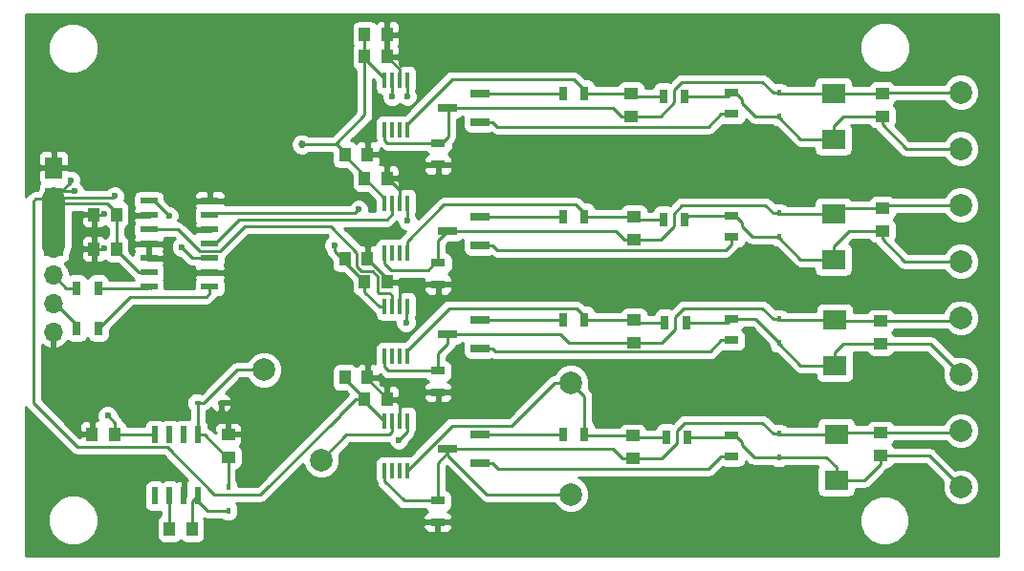
<source format=gbr>
G04 #@! TF.FileFunction,Copper,L1,Top,Signal*
%FSLAX46Y46*%
G04 Gerber Fmt 4.6, Leading zero omitted, Abs format (unit mm)*
G04 Created by KiCad (PCBNEW 4.0.6) date Tuesday, August 01, 2017 'AMt' 06:59:47 AM*
%MOMM*%
%LPD*%
G01*
G04 APERTURE LIST*
%ADD10C,0.100000*%
%ADD11R,1.700000X0.710000*%
%ADD12R,1.000000X1.250000*%
%ADD13R,1.500000X0.600000*%
%ADD14R,0.700000X1.300000*%
%ADD15R,1.250000X1.000000*%
%ADD16R,0.450000X0.600000*%
%ADD17R,0.600000X0.450000*%
%ADD18R,2.159000X1.778000*%
%ADD19R,1.700000X1.700000*%
%ADD20O,1.700000X1.700000*%
%ADD21R,1.300000X0.700000*%
%ADD22C,2.000000*%
%ADD23R,0.600000X1.550000*%
%ADD24R,0.450000X1.450000*%
%ADD25R,1.500000X1.950000*%
%ADD26C,0.600000*%
%ADD27C,0.685800*%
%ADD28C,0.254000*%
%ADD29C,0.250000*%
%ADD30C,2.032000*%
G04 APERTURE END LIST*
D10*
D11*
X145728000Y-85847000D03*
X145728000Y-88397000D03*
X142903000Y-87122000D03*
D12*
X135550000Y-102575000D03*
X137550000Y-102575000D03*
D13*
X116426000Y-95377000D03*
X116426000Y-96647000D03*
X116426000Y-97917000D03*
X116426000Y-99187000D03*
X116426000Y-100457000D03*
X116426000Y-101727000D03*
X116426000Y-102997000D03*
X121826000Y-102997000D03*
X121826000Y-101727000D03*
X121826000Y-100457000D03*
X121826000Y-99187000D03*
X121826000Y-97917000D03*
X121826000Y-96647000D03*
X121826000Y-95377000D03*
D14*
X110050000Y-106675000D03*
X111950000Y-106675000D03*
D12*
X118253000Y-124460000D03*
X120253000Y-124460000D03*
X113557692Y-96591820D03*
X111557692Y-96591820D03*
X113557692Y-99639820D03*
X111557692Y-99639820D03*
X113395000Y-116078000D03*
X111395000Y-116078000D03*
D15*
X123444000Y-118094000D03*
X123444000Y-116094000D03*
D12*
X135500000Y-112975000D03*
X137500000Y-112975000D03*
X135525000Y-93375000D03*
X137525000Y-93375000D03*
X135525000Y-82600000D03*
X137525000Y-82600000D03*
D15*
X159258000Y-116221000D03*
X159258000Y-118221000D03*
X159385000Y-105934000D03*
X159385000Y-107934000D03*
X159385000Y-96790000D03*
X159385000Y-98790000D03*
X159131000Y-85868000D03*
X159131000Y-87868000D03*
X181229000Y-117967000D03*
X181229000Y-115967000D03*
X181229000Y-108061000D03*
X181229000Y-106061000D03*
X181356000Y-98028000D03*
X181356000Y-96028000D03*
X181356000Y-87868000D03*
X181356000Y-85868000D03*
D16*
X123444000Y-122843000D03*
X123444000Y-120743000D03*
D17*
X120743000Y-113284000D03*
X122843000Y-113284000D03*
D16*
X172212000Y-118144000D03*
X172212000Y-116044000D03*
X172212000Y-107984000D03*
X172212000Y-105884000D03*
X172212000Y-98586000D03*
X172212000Y-96486000D03*
X172212000Y-87918000D03*
X172212000Y-85818000D03*
D18*
X177292000Y-116078000D03*
X177292000Y-120142000D03*
X177165000Y-105918000D03*
X177165000Y-109982000D03*
X177038000Y-96520000D03*
X177038000Y-100584000D03*
X177038000Y-85852000D03*
X177038000Y-89916000D03*
D19*
X107950000Y-99441000D03*
D20*
X107950000Y-101981000D03*
X107950000Y-104521000D03*
X107950000Y-107061000D03*
D14*
X111948000Y-103124000D03*
X110048000Y-103124000D03*
D21*
X142000000Y-121975000D03*
X142000000Y-123875000D03*
X142030000Y-110450000D03*
X142030000Y-112350000D03*
X142050000Y-100900000D03*
X142050000Y-102800000D03*
X142050000Y-90250000D03*
X142050000Y-92150000D03*
D14*
X155001000Y-116078000D03*
X153101000Y-116078000D03*
X155001000Y-105918000D03*
X153101000Y-105918000D03*
X155001000Y-96774000D03*
X153101000Y-96774000D03*
X155001000Y-85852000D03*
X153101000Y-85852000D03*
X164145000Y-116332000D03*
X162245000Y-116332000D03*
X164018000Y-106172000D03*
X162118000Y-106172000D03*
X163891000Y-97028000D03*
X161991000Y-97028000D03*
X163891000Y-86106000D03*
X161991000Y-86106000D03*
D21*
X168021000Y-116144000D03*
X168021000Y-118044000D03*
X168021000Y-105857000D03*
X168021000Y-107757000D03*
X168021000Y-96713000D03*
X168021000Y-98613000D03*
X168021000Y-85791000D03*
X168021000Y-87691000D03*
D22*
X126619000Y-110363000D03*
D23*
X116967000Y-121539000D03*
X118237000Y-121539000D03*
X119507000Y-121539000D03*
X120777000Y-121539000D03*
X120777000Y-116139000D03*
X119507000Y-116139000D03*
X118237000Y-116139000D03*
X116967000Y-116139000D03*
D24*
X137328000Y-119294000D03*
X137978000Y-119294000D03*
X138628000Y-119294000D03*
X139278000Y-119294000D03*
X139278000Y-114894000D03*
X138628000Y-114894000D03*
X137978000Y-114894000D03*
X137328000Y-114894000D03*
X137328000Y-109134000D03*
X137978000Y-109134000D03*
X138628000Y-109134000D03*
X139278000Y-109134000D03*
X139278000Y-104734000D03*
X138628000Y-104734000D03*
X137978000Y-104734000D03*
X137328000Y-104734000D03*
X137328000Y-99990000D03*
X137978000Y-99990000D03*
X138628000Y-99990000D03*
X139278000Y-99990000D03*
X139278000Y-95590000D03*
X138628000Y-95590000D03*
X137978000Y-95590000D03*
X137328000Y-95590000D03*
X137328000Y-89068000D03*
X137978000Y-89068000D03*
X138628000Y-89068000D03*
X139278000Y-89068000D03*
X139278000Y-84668000D03*
X138628000Y-84668000D03*
X137978000Y-84668000D03*
X137328000Y-84668000D03*
D22*
X131699000Y-118364000D03*
X153800000Y-121412000D03*
X153797000Y-111506000D03*
D25*
X108000000Y-95200000D03*
X108000000Y-92450000D03*
D12*
X133775000Y-100525000D03*
X135775000Y-100525000D03*
X133800000Y-91275000D03*
X135800000Y-91275000D03*
X135525000Y-80625000D03*
X137525000Y-80625000D03*
X133800000Y-111050000D03*
X135800000Y-111050000D03*
D22*
X188341000Y-85758000D03*
X188341000Y-90758000D03*
X188341000Y-95758000D03*
X188341000Y-100758000D03*
X188341000Y-115758000D03*
X188341000Y-120758000D03*
X188341000Y-110758000D03*
X188341000Y-105758000D03*
D11*
X145728000Y-96769000D03*
X145728000Y-99319000D03*
X142903000Y-98044000D03*
X145728000Y-105913000D03*
X145728000Y-108463000D03*
X142903000Y-107188000D03*
X145728000Y-116068000D03*
X145728000Y-118618000D03*
X142903000Y-117343000D03*
D26*
X132842000Y-99314000D03*
X119302495Y-99463415D03*
X112776000Y-114427000D03*
X109825000Y-94525000D03*
X109475000Y-93550000D03*
X113400000Y-94950000D03*
D27*
X129991421Y-90365659D03*
D26*
X112450000Y-99625000D03*
X112450000Y-96575000D03*
X139319000Y-86106000D03*
X138557000Y-116586000D03*
X139192000Y-106172000D03*
X139319000Y-97155000D03*
X118200000Y-96700000D03*
X137960000Y-86150000D03*
X135010000Y-96130000D03*
D28*
X118253000Y-124460000D02*
X118253000Y-121555000D01*
X118253000Y-121555000D02*
X118237000Y-121539000D01*
X123444000Y-122843000D02*
X121606000Y-122843000D01*
X121606000Y-122843000D02*
X120777000Y-122014000D01*
X120777000Y-122014000D02*
X120777000Y-121539000D01*
X120253000Y-124460000D02*
X120253000Y-122063000D01*
X120253000Y-122063000D02*
X120777000Y-121539000D01*
D29*
X112218794Y-95625000D02*
X112715872Y-95625000D01*
X112715872Y-95625000D02*
X113557692Y-96466820D01*
X113557692Y-96466820D02*
X113557692Y-96591820D01*
D28*
X108000000Y-95200000D02*
X108100000Y-95100000D01*
X108100000Y-95100000D02*
X113250000Y-95100000D01*
X121826000Y-100457000D02*
X120296080Y-100457000D01*
X120296080Y-100457000D02*
X119302495Y-99463415D01*
X113250000Y-95100000D02*
X113400000Y-94950000D01*
X133275000Y-114450000D02*
X126300000Y-121425000D01*
X126300000Y-121425000D02*
X122240922Y-121425000D01*
X122240922Y-121425000D02*
X118056923Y-117241001D01*
X118056923Y-117241001D02*
X117675399Y-117241001D01*
X117627799Y-117193401D02*
X110081401Y-117193401D01*
X110081401Y-117193401D02*
X106172000Y-113284000D01*
X117675399Y-117241001D02*
X117627799Y-117193401D01*
X106172000Y-113284000D02*
X106172000Y-95428000D01*
X106172000Y-95428000D02*
X106400000Y-95200000D01*
X106400000Y-95200000D02*
X108000000Y-95200000D01*
X133800000Y-113925000D02*
X133275000Y-114450000D01*
X133275000Y-114450000D02*
X133275000Y-114446000D01*
X133275000Y-114446000D02*
X134746000Y-112975000D01*
X134746000Y-112975000D02*
X135500000Y-112975000D01*
X135550000Y-103454000D02*
X136830000Y-104734000D01*
X136830000Y-104734000D02*
X137328000Y-104734000D01*
X135550000Y-102575000D02*
X135550000Y-103454000D01*
X135500000Y-112975000D02*
X135500000Y-113100000D01*
X135500000Y-113100000D02*
X137294000Y-114894000D01*
X137294000Y-114894000D02*
X137328000Y-114894000D01*
X133800000Y-111050000D02*
X133800000Y-111175000D01*
X135500000Y-112875000D02*
X135500000Y-112975000D01*
X133800000Y-111175000D02*
X135500000Y-112875000D01*
X133775000Y-100750000D02*
X133775000Y-100875000D01*
X133775000Y-100875000D02*
X135475000Y-102575000D01*
X135475000Y-102575000D02*
X135550000Y-102575000D01*
X132842000Y-99314000D02*
X132842000Y-99817000D01*
X132842000Y-99817000D02*
X133775000Y-100750000D01*
X132934341Y-90365659D02*
X135525000Y-87775000D01*
X135525000Y-87775000D02*
X135525000Y-82600000D01*
X129991421Y-90365659D02*
X132934341Y-90365659D01*
X135525000Y-82600000D02*
X135525000Y-82725000D01*
X135525000Y-82725000D02*
X137328000Y-84528000D01*
X137328000Y-84528000D02*
X137328000Y-84668000D01*
X135525000Y-80625000D02*
X135525000Y-82600000D01*
X133800000Y-91275000D02*
X133800000Y-91400000D01*
X133800000Y-91400000D02*
X135525000Y-93125000D01*
X135525000Y-93125000D02*
X135525000Y-93375000D01*
X129991421Y-90365659D02*
X133015659Y-90365659D01*
X133015659Y-90365659D02*
X133800000Y-91150000D01*
X133800000Y-91150000D02*
X133800000Y-91275000D01*
X113557692Y-96591820D02*
X113557692Y-96716820D01*
X113557692Y-96716820D02*
X113538000Y-96697128D01*
X113538000Y-96697128D02*
X113538000Y-96520000D01*
X112218794Y-95625000D02*
X108425000Y-95625000D01*
X108425000Y-95625000D02*
X108000000Y-95200000D01*
X109825000Y-94525000D02*
X108675000Y-94525000D01*
X108675000Y-94525000D02*
X108000000Y-95200000D01*
X109475000Y-93550000D02*
X109475000Y-93725000D01*
X109475000Y-93725000D02*
X108000000Y-95200000D01*
D30*
X108000000Y-95200000D02*
X108000000Y-99391000D01*
X108000000Y-99391000D02*
X107950000Y-99441000D01*
D28*
X121953000Y-100330000D02*
X121826000Y-100457000D01*
X113395000Y-116078000D02*
X113395000Y-115046000D01*
X113395000Y-115046000D02*
X112776000Y-114427000D01*
X113557692Y-99639820D02*
X113557692Y-96591820D01*
X116426000Y-101727000D02*
X115519872Y-101727000D01*
X115519872Y-101727000D02*
X113557692Y-99764820D01*
X113557692Y-99764820D02*
X113557692Y-99639820D01*
X135525000Y-93218000D02*
X135525000Y-93343000D01*
X135525000Y-93343000D02*
X137328000Y-95146000D01*
X137328000Y-95146000D02*
X137328000Y-95590000D01*
X137264000Y-114894000D02*
X137328000Y-114894000D01*
X116967000Y-116139000D02*
X113456000Y-116139000D01*
X113456000Y-116139000D02*
X113395000Y-116078000D01*
D29*
X137550000Y-102575000D02*
X137550000Y-102300000D01*
X137550000Y-102300000D02*
X135775000Y-100525000D01*
X111557692Y-99639820D02*
X112435180Y-99639820D01*
X112435180Y-99639820D02*
X112450000Y-99625000D01*
X111557692Y-96591820D02*
X112433180Y-96591820D01*
X112433180Y-96591820D02*
X112450000Y-96575000D01*
D28*
X137500000Y-112975000D02*
X137500000Y-112850000D01*
X137500000Y-112850000D02*
X135800000Y-111150000D01*
X135800000Y-111150000D02*
X135800000Y-111050000D01*
X137500000Y-112975000D02*
X138254000Y-112975000D01*
X138254000Y-112975000D02*
X138628000Y-113349000D01*
X138628000Y-113349000D02*
X138628000Y-114894000D01*
X138628000Y-104734000D02*
X138628000Y-102899000D01*
X138628000Y-102899000D02*
X138304000Y-102575000D01*
X138304000Y-102575000D02*
X137550000Y-102575000D01*
X108000000Y-92450000D02*
X108000000Y-91950000D01*
X108000000Y-92450000D02*
X108000000Y-92125000D01*
X116426000Y-96647000D02*
X115697000Y-96647000D01*
X116426000Y-99187000D02*
X115697000Y-99187000D01*
X111557692Y-96591820D02*
X111865564Y-96591820D01*
X116426000Y-99187000D02*
X115976000Y-99187000D01*
X116426000Y-99187000D02*
X116426000Y-100457000D01*
X137489000Y-82550000D02*
X138628000Y-83689000D01*
X138628000Y-83689000D02*
X138628000Y-84668000D01*
X137525000Y-93218000D02*
X137525000Y-93343000D01*
X137525000Y-93343000D02*
X138628000Y-94446000D01*
X138628000Y-94446000D02*
X138628000Y-95590000D01*
X137525000Y-93218000D02*
X137525000Y-92956000D01*
D29*
X123444000Y-118094000D02*
X123444000Y-118844000D01*
X123444000Y-118844000D02*
X123444000Y-120743000D01*
D28*
X139319000Y-86106000D02*
X139319000Y-84709000D01*
X139319000Y-84709000D02*
X139278000Y-84668000D01*
X139319000Y-97155000D02*
X139319000Y-95631000D01*
X139319000Y-95631000D02*
X139278000Y-95590000D01*
X139192000Y-106172000D02*
X139192000Y-104820000D01*
X139192000Y-104820000D02*
X139278000Y-104734000D01*
X138557000Y-116586000D02*
X139278000Y-115865000D01*
X139278000Y-115865000D02*
X139278000Y-114894000D01*
X120743000Y-113284000D02*
X121297000Y-113284000D01*
X121297000Y-113284000D02*
X124218000Y-110363000D01*
X124218000Y-110363000D02*
X126619000Y-110363000D01*
X120777000Y-116139000D02*
X120777000Y-113318000D01*
X120777000Y-113318000D02*
X120743000Y-113284000D01*
X123444000Y-118094000D02*
X123319000Y-118094000D01*
X123319000Y-118094000D02*
X121364000Y-116139000D01*
X121364000Y-116139000D02*
X120777000Y-116139000D01*
X139278000Y-119294000D02*
X143256000Y-115316000D01*
X143256000Y-115316000D02*
X148572787Y-115316000D01*
X148572787Y-115316000D02*
X152382787Y-111506000D01*
X152382787Y-111506000D02*
X153797000Y-111506000D01*
X155001000Y-116078000D02*
X155001000Y-112710000D01*
X155001000Y-112710000D02*
X153797000Y-111506000D01*
X159258000Y-116221000D02*
X155144000Y-116221000D01*
X155144000Y-116221000D02*
X155001000Y-116078000D01*
X162245000Y-116332000D02*
X159369000Y-116332000D01*
X159369000Y-116332000D02*
X159258000Y-116221000D01*
X172212000Y-116044000D02*
X171733000Y-116044000D01*
X171733000Y-116044000D02*
X170751000Y-115062000D01*
X170751000Y-115062000D02*
X163912078Y-115062000D01*
X163912078Y-115062000D02*
X163200000Y-115774078D01*
X163200000Y-115774078D02*
X163200000Y-116879922D01*
X163200000Y-116879922D02*
X161858922Y-118221000D01*
X161858922Y-118221000D02*
X159258000Y-118221000D01*
X146363000Y-121412000D02*
X153800000Y-121412000D01*
X142903000Y-117952000D02*
X142903000Y-117750000D01*
X142903000Y-117750000D02*
X142903000Y-117343000D01*
X142000000Y-121975000D02*
X142000000Y-118653000D01*
X142000000Y-118653000D02*
X142903000Y-117750000D01*
X137328000Y-119294000D02*
X137328000Y-120273000D01*
X137328000Y-120273000D02*
X139030000Y-121975000D01*
X139030000Y-121975000D02*
X142000000Y-121975000D01*
X159258000Y-118221000D02*
X158379000Y-118221000D01*
X158379000Y-118221000D02*
X157501000Y-117343000D01*
X157501000Y-117343000D02*
X142903000Y-117343000D01*
X146363000Y-121412000D02*
X142903000Y-117952000D01*
X177292000Y-116078000D02*
X172246000Y-116078000D01*
X172246000Y-116078000D02*
X172212000Y-116044000D01*
X181229000Y-115967000D02*
X177403000Y-115967000D01*
X181229000Y-115967000D02*
X188132000Y-115967000D01*
X188132000Y-115967000D02*
X188341000Y-115758000D01*
X139278000Y-109134000D02*
X139278000Y-108634000D01*
X139278000Y-108634000D02*
X143012000Y-104900000D01*
X143012000Y-104900000D02*
X154283000Y-104900000D01*
X154283000Y-104900000D02*
X155001000Y-105618000D01*
X155001000Y-105618000D02*
X155001000Y-105918000D01*
X155001000Y-105918000D02*
X159369000Y-105918000D01*
X159369000Y-105918000D02*
X159385000Y-105934000D01*
X162118000Y-106172000D02*
X159623000Y-106172000D01*
X159623000Y-106172000D02*
X159385000Y-105934000D01*
X172212000Y-105884000D02*
X171733000Y-105884000D01*
X163000000Y-105687078D02*
X163000000Y-106792922D01*
X171733000Y-105884000D02*
X170751000Y-104902000D01*
X170751000Y-104902000D02*
X163785078Y-104902000D01*
X163785078Y-104902000D02*
X163000000Y-105687078D01*
X163000000Y-106792922D02*
X161858922Y-107934000D01*
X161858922Y-107934000D02*
X159385000Y-107934000D01*
X142030000Y-108940000D02*
X142903000Y-108067000D01*
X142903000Y-108067000D02*
X142903000Y-107188000D01*
X142030000Y-110450000D02*
X142030000Y-108940000D01*
X137328000Y-109134000D02*
X137328000Y-110113000D01*
X137328000Y-110113000D02*
X137665000Y-110450000D01*
X137665000Y-110450000D02*
X142030000Y-110450000D01*
X159385000Y-107934000D02*
X153614078Y-107934000D01*
X153614078Y-107934000D02*
X152868078Y-107188000D01*
X152868078Y-107188000D02*
X142903000Y-107188000D01*
X177165000Y-105918000D02*
X172085000Y-105918000D01*
X181229000Y-106061000D02*
X177308000Y-106061000D01*
X177308000Y-106061000D02*
X177165000Y-105918000D01*
X181229000Y-106061000D02*
X188038000Y-106061000D01*
X188038000Y-106061000D02*
X188341000Y-105758000D01*
X139278000Y-99990000D02*
X139278000Y-99011000D01*
X139278000Y-99011000D02*
X142564000Y-95725000D01*
X142564000Y-95725000D02*
X154252000Y-95725000D01*
X154252000Y-95725000D02*
X155001000Y-96474000D01*
X155001000Y-96474000D02*
X155001000Y-96774000D01*
X159385000Y-96790000D02*
X155017000Y-96790000D01*
X155017000Y-96790000D02*
X155001000Y-96774000D01*
X161991000Y-97028000D02*
X159623000Y-97028000D01*
X159623000Y-97028000D02*
X159385000Y-96790000D01*
X172212000Y-96486000D02*
X171733000Y-96486000D01*
X171733000Y-96486000D02*
X171005000Y-95758000D01*
X171005000Y-95758000D02*
X163658078Y-95758000D01*
X162900000Y-96516078D02*
X162900000Y-97621922D01*
X162900000Y-97621922D02*
X161731922Y-98790000D01*
X163658078Y-95758000D02*
X162900000Y-96516078D01*
X161731922Y-98790000D02*
X159385000Y-98790000D01*
X142050000Y-100900000D02*
X142050000Y-98897000D01*
X142050000Y-98897000D02*
X142903000Y-98044000D01*
X137328000Y-99990000D02*
X137328000Y-100969000D01*
X137328000Y-100969000D02*
X137863000Y-101504000D01*
X137863000Y-101504000D02*
X141146000Y-101504000D01*
X141146000Y-101504000D02*
X141750000Y-100900000D01*
X141750000Y-100900000D02*
X142050000Y-100900000D01*
X159385000Y-98790000D02*
X158506000Y-98790000D01*
X158506000Y-98790000D02*
X157760000Y-98044000D01*
X157760000Y-98044000D02*
X142903000Y-98044000D01*
X177038000Y-96520000D02*
X172246000Y-96520000D01*
X172246000Y-96520000D02*
X172212000Y-96486000D01*
X181356000Y-96028000D02*
X177530000Y-96028000D01*
X177530000Y-96028000D02*
X177038000Y-96520000D01*
X188341000Y-95758000D02*
X181626000Y-95758000D01*
X181626000Y-95758000D02*
X181356000Y-96028000D01*
X143264000Y-84582000D02*
X154031000Y-84582000D01*
X154031000Y-84582000D02*
X155001000Y-85552000D01*
X155001000Y-85552000D02*
X155001000Y-85852000D01*
X139278000Y-89068000D02*
X139278000Y-88568000D01*
X139278000Y-88568000D02*
X143264000Y-84582000D01*
X155001000Y-85852000D02*
X159115000Y-85852000D01*
X159115000Y-85852000D02*
X159131000Y-85868000D01*
X161991000Y-86106000D02*
X159369000Y-86106000D01*
X159369000Y-86106000D02*
X159131000Y-85868000D01*
X142903000Y-87122000D02*
X142954000Y-87173000D01*
X142954000Y-87173000D02*
X142954000Y-89646000D01*
X142350000Y-90250000D02*
X142050000Y-90250000D01*
X142954000Y-89646000D02*
X142350000Y-90250000D01*
X142050000Y-90250000D02*
X137531000Y-90250000D01*
X137531000Y-90250000D02*
X137328000Y-90047000D01*
X137328000Y-90047000D02*
X137328000Y-89068000D01*
X177038000Y-85852000D02*
X172246000Y-85852000D01*
X172246000Y-85852000D02*
X172212000Y-85818000D01*
X159131000Y-87868000D02*
X158252000Y-87868000D01*
X158252000Y-87868000D02*
X157506000Y-87122000D01*
X157506000Y-87122000D02*
X142903000Y-87122000D01*
X162941000Y-85553078D02*
X162941000Y-86658922D01*
X162941000Y-86658922D02*
X161731922Y-87868000D01*
X161731922Y-87868000D02*
X159131000Y-87868000D01*
X170751000Y-84836000D02*
X163658078Y-84836000D01*
X163658078Y-84836000D02*
X162941000Y-85553078D01*
X172212000Y-85818000D02*
X171733000Y-85818000D01*
X171733000Y-85818000D02*
X170751000Y-84836000D01*
X181356000Y-85868000D02*
X176800000Y-85868000D01*
X176800000Y-85868000D02*
X176784000Y-85852000D01*
X188341000Y-85758000D02*
X181466000Y-85758000D01*
X181466000Y-85758000D02*
X181356000Y-85868000D01*
X164145000Y-116332000D02*
X167833000Y-116332000D01*
X167833000Y-116332000D02*
X168021000Y-116144000D01*
X172212000Y-118144000D02*
X170021000Y-118144000D01*
X170021000Y-118144000D02*
X168925000Y-117048000D01*
X168925000Y-117048000D02*
X168925000Y-116748000D01*
X168925000Y-116748000D02*
X168321000Y-116144000D01*
X168321000Y-116144000D02*
X168021000Y-116144000D01*
X177292000Y-120142000D02*
X179808000Y-120142000D01*
X181229000Y-118721000D02*
X181229000Y-117967000D01*
X179808000Y-120142000D02*
X181229000Y-118721000D01*
X172212000Y-118144000D02*
X176437000Y-118144000D01*
X176437000Y-118144000D02*
X177292000Y-118999000D01*
X177292000Y-118999000D02*
X177292000Y-120142000D01*
X181229000Y-117967000D02*
X185550000Y-117967000D01*
X185550000Y-117967000D02*
X188341000Y-120758000D01*
X172085000Y-107782000D02*
X172085000Y-107857000D01*
X172085000Y-107857000D02*
X172212000Y-107984000D01*
X168021000Y-105857000D02*
X170160000Y-105857000D01*
X170160000Y-105857000D02*
X172085000Y-107782000D01*
X164018000Y-106172000D02*
X167706000Y-106172000D01*
X167706000Y-106172000D02*
X168021000Y-105857000D01*
X177165000Y-109982000D02*
X174135000Y-109982000D01*
X174135000Y-109982000D02*
X172212000Y-108059000D01*
X172212000Y-108059000D02*
X172212000Y-107984000D01*
X181229000Y-108061000D02*
X177943000Y-108061000D01*
X177943000Y-108061000D02*
X177165000Y-108839000D01*
X177165000Y-108839000D02*
X177165000Y-109982000D01*
X181229000Y-108061000D02*
X185644000Y-108061000D01*
X185644000Y-108061000D02*
X188341000Y-110758000D01*
X183332000Y-100758000D02*
X188341000Y-100758000D01*
X168021000Y-96713000D02*
X164206000Y-96713000D01*
X164206000Y-96713000D02*
X163891000Y-97028000D01*
X172212000Y-98586000D02*
X169894000Y-98586000D01*
X169894000Y-98586000D02*
X168925000Y-97617000D01*
X168925000Y-97617000D02*
X168925000Y-97317000D01*
X168925000Y-97317000D02*
X168321000Y-96713000D01*
X168321000Y-96713000D02*
X168021000Y-96713000D01*
X177038000Y-100584000D02*
X174135000Y-100584000D01*
X174135000Y-100584000D02*
X172212000Y-98661000D01*
X172212000Y-98661000D02*
X172212000Y-98586000D01*
X181356000Y-98028000D02*
X178451000Y-98028000D01*
X178451000Y-98028000D02*
X177038000Y-99441000D01*
X177038000Y-99441000D02*
X177038000Y-100584000D01*
X183332000Y-100758000D02*
X181356000Y-98782000D01*
X181356000Y-98782000D02*
X181356000Y-98028000D01*
X163891000Y-86106000D02*
X167706000Y-86106000D01*
X167706000Y-86106000D02*
X168021000Y-85791000D01*
X172212000Y-87918000D02*
X170148000Y-87918000D01*
X170148000Y-87918000D02*
X168925000Y-86695000D01*
X168925000Y-86695000D02*
X168925000Y-86395000D01*
X168925000Y-86395000D02*
X168321000Y-85791000D01*
X168321000Y-85791000D02*
X168021000Y-85791000D01*
X177038000Y-89916000D02*
X174135000Y-89916000D01*
X174135000Y-89916000D02*
X172212000Y-87993000D01*
X172212000Y-87993000D02*
X172212000Y-87918000D01*
X181356000Y-87868000D02*
X177943000Y-87868000D01*
X177943000Y-87868000D02*
X177038000Y-88773000D01*
X177038000Y-88773000D02*
X177038000Y-89916000D01*
X188341000Y-90758000D02*
X183492000Y-90758000D01*
X183492000Y-90758000D02*
X181356000Y-88622000D01*
X181356000Y-88622000D02*
X181356000Y-87868000D01*
X109093000Y-103124000D02*
X110048000Y-103124000D01*
X109093000Y-103124000D02*
X107950000Y-101981000D01*
X110050000Y-106675000D02*
X110050000Y-106375000D01*
X110050000Y-106375000D02*
X108196000Y-104521000D01*
X108196000Y-104521000D02*
X107950000Y-104521000D01*
X108331000Y-104140000D02*
X107950000Y-104521000D01*
X153101000Y-116078000D02*
X145738000Y-116078000D01*
X145738000Y-116078000D02*
X145728000Y-116068000D01*
X168021000Y-118044000D02*
X167117000Y-118044000D01*
X166011000Y-119150000D02*
X147364000Y-119150000D01*
X167117000Y-118044000D02*
X166011000Y-119150000D01*
X147364000Y-119150000D02*
X146832000Y-118618000D01*
X146832000Y-118618000D02*
X145728000Y-118618000D01*
X153101000Y-105918000D02*
X145733000Y-105918000D01*
X145733000Y-105918000D02*
X145728000Y-105913000D01*
X168021000Y-107757000D02*
X167117000Y-107757000D01*
X167117000Y-107757000D02*
X166124000Y-108750000D01*
X166124000Y-108750000D02*
X160282602Y-108750000D01*
X158498399Y-108761001D02*
X158487398Y-108750000D01*
X160282602Y-108750000D02*
X160271601Y-108761001D01*
X158487398Y-108750000D02*
X147119000Y-108750000D01*
X160271601Y-108761001D02*
X158498399Y-108761001D01*
X147119000Y-108750000D02*
X146832000Y-108463000D01*
X146832000Y-108463000D02*
X145728000Y-108463000D01*
X153101000Y-96774000D02*
X145733000Y-96774000D01*
X145733000Y-96774000D02*
X145728000Y-96769000D01*
X168021000Y-98613000D02*
X168021000Y-99217000D01*
X168021000Y-99217000D02*
X167488000Y-99750000D01*
X147263000Y-99750000D02*
X146832000Y-99319000D01*
X167488000Y-99750000D02*
X147263000Y-99750000D01*
X146832000Y-99319000D02*
X145728000Y-99319000D01*
X153101000Y-85852000D02*
X145733000Y-85852000D01*
X145733000Y-85852000D02*
X145728000Y-85847000D01*
X168021000Y-87691000D02*
X167117000Y-87691000D01*
X167117000Y-87691000D02*
X166008000Y-88800000D01*
X166008000Y-88800000D02*
X147235000Y-88800000D01*
X147235000Y-88800000D02*
X146832000Y-88397000D01*
X146832000Y-88397000D02*
X145728000Y-88397000D01*
X116426000Y-102997000D02*
X116299000Y-103124000D01*
X116299000Y-103124000D02*
X111948000Y-103124000D01*
X116586000Y-103157000D02*
X116426000Y-102997000D01*
X111950000Y-106675000D02*
X114750000Y-103875000D01*
X121502000Y-103875000D02*
X121826000Y-103551000D01*
X114750000Y-103875000D02*
X121502000Y-103875000D01*
X121826000Y-103551000D02*
X121826000Y-102997000D01*
X121793000Y-103030000D02*
X121826000Y-102997000D01*
X121376000Y-102997000D02*
X121826000Y-102997000D01*
X131699000Y-118364000D02*
X133938000Y-116125000D01*
X133938000Y-116125000D02*
X137726000Y-116125000D01*
X137726000Y-116125000D02*
X137978000Y-115873000D01*
X137978000Y-115873000D02*
X137978000Y-114894000D01*
X118199000Y-96700000D02*
X118200000Y-96700000D01*
X116876000Y-95377000D02*
X118199000Y-96700000D01*
X116426000Y-95377000D02*
X116876000Y-95377000D01*
X116426000Y-95377000D02*
X115976000Y-95377000D01*
X137750001Y-103527001D02*
X137978000Y-103755000D01*
X137978000Y-103755000D02*
X137978000Y-104734000D01*
X136233759Y-101622999D02*
X136722999Y-102112239D01*
X136722999Y-102112239D02*
X136722999Y-103461601D01*
X136722999Y-103461601D02*
X136788399Y-103527001D01*
X134850000Y-99972078D02*
X134850000Y-101227922D01*
X134850000Y-101227922D02*
X135245077Y-101622999D01*
X135245077Y-101622999D02*
X136233759Y-101622999D01*
X136788399Y-103527001D02*
X137750001Y-103527001D01*
X122740922Y-99825000D02*
X124915922Y-97650000D01*
X124915922Y-97650000D02*
X132527922Y-97650000D01*
X132527922Y-97650000D02*
X134850000Y-99972078D01*
X120911078Y-99825000D02*
X122740922Y-99825000D01*
X116426000Y-97917000D02*
X119003078Y-97917000D01*
X119003078Y-97917000D02*
X120911078Y-99825000D01*
X137925000Y-104787000D02*
X137978000Y-104734000D01*
X115976000Y-97917000D02*
X116426000Y-97917000D01*
X122276000Y-99187000D02*
X124417011Y-97045989D01*
X121826000Y-99187000D02*
X122276000Y-99187000D01*
X124417011Y-97045989D02*
X137501011Y-97045989D01*
X137501011Y-97045989D02*
X137978000Y-96569000D01*
X137978000Y-96569000D02*
X137978000Y-95590000D01*
X121826000Y-96647000D02*
X122023000Y-96450000D01*
X122023000Y-96450000D02*
X134690000Y-96450000D01*
X134690000Y-96450000D02*
X135010000Y-96130000D01*
X137960000Y-86150000D02*
X137960000Y-84686000D01*
X137960000Y-84686000D02*
X137978000Y-84668000D01*
G36*
X191643000Y-126873000D02*
X105537000Y-126873000D01*
X105537000Y-124140619D01*
X107492613Y-124140619D01*
X107832155Y-124962372D01*
X108460321Y-125591636D01*
X109281481Y-125932611D01*
X110170619Y-125933387D01*
X110992372Y-125593845D01*
X111621636Y-124965679D01*
X111962611Y-124144519D01*
X111963387Y-123255381D01*
X111623845Y-122433628D01*
X110995679Y-121804364D01*
X110174519Y-121463389D01*
X109285381Y-121462613D01*
X108463628Y-121802155D01*
X107834364Y-122430321D01*
X107493389Y-123251481D01*
X107492613Y-124140619D01*
X105537000Y-124140619D01*
X105537000Y-113678865D01*
X105546278Y-113692750D01*
X105633185Y-113822815D01*
X109542586Y-117732216D01*
X109789796Y-117897397D01*
X110081401Y-117955401D01*
X117436095Y-117955401D01*
X117675399Y-118003001D01*
X117741293Y-118003001D01*
X119867292Y-120129000D01*
X119792750Y-120129000D01*
X119634000Y-120287750D01*
X119634000Y-121412000D01*
X119654000Y-121412000D01*
X119654000Y-121614258D01*
X119606063Y-121686000D01*
X119380000Y-121686000D01*
X119380000Y-121666000D01*
X119360000Y-121666000D01*
X119360000Y-121412000D01*
X119380000Y-121412000D01*
X119380000Y-120287750D01*
X119221250Y-120129000D01*
X119080690Y-120129000D01*
X118863878Y-120218806D01*
X118788890Y-120167569D01*
X118537000Y-120116560D01*
X117937000Y-120116560D01*
X117701683Y-120160838D01*
X117602472Y-120224678D01*
X117518890Y-120167569D01*
X117267000Y-120116560D01*
X116667000Y-120116560D01*
X116431683Y-120160838D01*
X116215559Y-120299910D01*
X116070569Y-120512110D01*
X116019560Y-120764000D01*
X116019560Y-122314000D01*
X116063838Y-122549317D01*
X116202910Y-122765441D01*
X116415110Y-122910431D01*
X116667000Y-122961440D01*
X117267000Y-122961440D01*
X117491000Y-122919291D01*
X117491000Y-123249008D01*
X117301559Y-123370910D01*
X117156569Y-123583110D01*
X117105560Y-123835000D01*
X117105560Y-125085000D01*
X117149838Y-125320317D01*
X117288910Y-125536441D01*
X117501110Y-125681431D01*
X117753000Y-125732440D01*
X118753000Y-125732440D01*
X118988317Y-125688162D01*
X119204441Y-125549090D01*
X119252134Y-125479289D01*
X119288910Y-125536441D01*
X119501110Y-125681431D01*
X119753000Y-125732440D01*
X120753000Y-125732440D01*
X120988317Y-125688162D01*
X121204441Y-125549090D01*
X121349431Y-125336890D01*
X121400440Y-125085000D01*
X121400440Y-124160750D01*
X140715000Y-124160750D01*
X140715000Y-124351309D01*
X140811673Y-124584698D01*
X140990301Y-124763327D01*
X141223690Y-124860000D01*
X141714250Y-124860000D01*
X141873000Y-124701250D01*
X141873000Y-124002000D01*
X142127000Y-124002000D01*
X142127000Y-124701250D01*
X142285750Y-124860000D01*
X142776310Y-124860000D01*
X143009699Y-124763327D01*
X143188327Y-124584698D01*
X143285000Y-124351309D01*
X143285000Y-124167619D01*
X179339613Y-124167619D01*
X179679155Y-124989372D01*
X180307321Y-125618636D01*
X181128481Y-125959611D01*
X182017619Y-125960387D01*
X182839372Y-125620845D01*
X183468636Y-124992679D01*
X183809611Y-124171519D01*
X183810387Y-123282381D01*
X183470845Y-122460628D01*
X182842679Y-121831364D01*
X182021519Y-121490389D01*
X181132381Y-121489613D01*
X180310628Y-121829155D01*
X179681364Y-122457321D01*
X179340389Y-123278481D01*
X179339613Y-124167619D01*
X143285000Y-124167619D01*
X143285000Y-124160750D01*
X143126250Y-124002000D01*
X142127000Y-124002000D01*
X141873000Y-124002000D01*
X140873750Y-124002000D01*
X140715000Y-124160750D01*
X121400440Y-124160750D01*
X121400440Y-123835000D01*
X121356162Y-123599683D01*
X121323413Y-123548790D01*
X121606000Y-123605000D01*
X122770364Y-123605000D01*
X122967110Y-123739431D01*
X123219000Y-123790440D01*
X123669000Y-123790440D01*
X123904317Y-123746162D01*
X124120441Y-123607090D01*
X124265431Y-123394890D01*
X124316440Y-123143000D01*
X124316440Y-122543000D01*
X124272162Y-122307683D01*
X124194505Y-122187000D01*
X126300000Y-122187000D01*
X126591605Y-122128996D01*
X126838815Y-121963815D01*
X130078662Y-118723968D01*
X130312106Y-119288943D01*
X130771637Y-119749278D01*
X131372352Y-119998716D01*
X132022795Y-119999284D01*
X132623943Y-119750894D01*
X133084278Y-119291363D01*
X133333716Y-118690648D01*
X133333822Y-118569000D01*
X136455560Y-118569000D01*
X136455560Y-120019000D01*
X136499838Y-120254317D01*
X136590224Y-120394780D01*
X136624004Y-120564605D01*
X136728507Y-120721004D01*
X136789185Y-120811815D01*
X138491184Y-122513815D01*
X138730466Y-122673698D01*
X138738395Y-122678996D01*
X139030000Y-122737000D01*
X140860530Y-122737000D01*
X140885910Y-122776441D01*
X141098110Y-122921431D01*
X141131490Y-122928191D01*
X140990301Y-122986673D01*
X140811673Y-123165302D01*
X140715000Y-123398691D01*
X140715000Y-123589250D01*
X140873750Y-123748000D01*
X141873000Y-123748000D01*
X141873000Y-123728000D01*
X142127000Y-123728000D01*
X142127000Y-123748000D01*
X143126250Y-123748000D01*
X143285000Y-123589250D01*
X143285000Y-123398691D01*
X143188327Y-123165302D01*
X143009699Y-122986673D01*
X142873713Y-122930346D01*
X142885317Y-122928162D01*
X143101441Y-122789090D01*
X143246431Y-122576890D01*
X143297440Y-122325000D01*
X143297440Y-121625000D01*
X143253162Y-121389683D01*
X143114090Y-121173559D01*
X142901890Y-121028569D01*
X142762000Y-121000241D01*
X142762000Y-118968630D01*
X142802000Y-118928630D01*
X145824185Y-121950815D01*
X146071395Y-122115996D01*
X146363000Y-122174000D01*
X152345779Y-122174000D01*
X152413106Y-122336943D01*
X152872637Y-122797278D01*
X153473352Y-123046716D01*
X154123795Y-123047284D01*
X154724943Y-122798894D01*
X155185278Y-122339363D01*
X155434716Y-121738648D01*
X155435284Y-121088205D01*
X155186894Y-120487057D01*
X154727363Y-120026722D01*
X154451081Y-119912000D01*
X166011000Y-119912000D01*
X166302605Y-119853996D01*
X166549815Y-119688815D01*
X167226461Y-119012170D01*
X167371000Y-119041440D01*
X168671000Y-119041440D01*
X168906317Y-118997162D01*
X169122441Y-118858090D01*
X169267431Y-118645890D01*
X169297378Y-118498008D01*
X169482185Y-118682815D01*
X169729395Y-118847996D01*
X170021000Y-118906000D01*
X171538364Y-118906000D01*
X171735110Y-119040431D01*
X171987000Y-119091440D01*
X172437000Y-119091440D01*
X172672317Y-119047162D01*
X172888441Y-118908090D01*
X172889869Y-118906000D01*
X175681055Y-118906000D01*
X175616069Y-119001110D01*
X175565060Y-119253000D01*
X175565060Y-121031000D01*
X175609338Y-121266317D01*
X175748410Y-121482441D01*
X175960610Y-121627431D01*
X176212500Y-121678440D01*
X178371500Y-121678440D01*
X178606817Y-121634162D01*
X178822941Y-121495090D01*
X178967931Y-121282890D01*
X179018940Y-121031000D01*
X179018940Y-120904000D01*
X179808000Y-120904000D01*
X180099605Y-120845996D01*
X180346815Y-120680815D01*
X181767815Y-119259816D01*
X181866527Y-119112083D01*
X182089317Y-119070162D01*
X182305441Y-118931090D01*
X182443523Y-118729000D01*
X185234370Y-118729000D01*
X186773895Y-120268525D01*
X186706284Y-120431352D01*
X186705716Y-121081795D01*
X186954106Y-121682943D01*
X187413637Y-122143278D01*
X188014352Y-122392716D01*
X188664795Y-122393284D01*
X189265943Y-122144894D01*
X189726278Y-121685363D01*
X189975716Y-121084648D01*
X189976284Y-120434205D01*
X189727894Y-119833057D01*
X189268363Y-119372722D01*
X188667648Y-119123284D01*
X188017205Y-119122716D01*
X187851722Y-119191092D01*
X186088815Y-117428185D01*
X186019694Y-117382000D01*
X185841605Y-117263004D01*
X185550000Y-117205000D01*
X182439992Y-117205000D01*
X182318090Y-117015559D01*
X182248289Y-116967866D01*
X182305441Y-116931090D01*
X182443523Y-116729000D01*
X187000083Y-116729000D01*
X187413637Y-117143278D01*
X188014352Y-117392716D01*
X188664795Y-117393284D01*
X189265943Y-117144894D01*
X189726278Y-116685363D01*
X189975716Y-116084648D01*
X189976284Y-115434205D01*
X189727894Y-114833057D01*
X189268363Y-114372722D01*
X188667648Y-114123284D01*
X188017205Y-114122716D01*
X187416057Y-114371106D01*
X186955722Y-114830637D01*
X186800273Y-115205000D01*
X182439992Y-115205000D01*
X182318090Y-115015559D01*
X182105890Y-114870569D01*
X181854000Y-114819560D01*
X180604000Y-114819560D01*
X180368683Y-114863838D01*
X180152559Y-115002910D01*
X180014477Y-115205000D01*
X179018940Y-115205000D01*
X179018940Y-115189000D01*
X178974662Y-114953683D01*
X178835590Y-114737559D01*
X178623390Y-114592569D01*
X178371500Y-114541560D01*
X176212500Y-114541560D01*
X175977183Y-114585838D01*
X175761059Y-114724910D01*
X175616069Y-114937110D01*
X175565060Y-115189000D01*
X175565060Y-115316000D01*
X172916174Y-115316000D01*
X172901090Y-115292559D01*
X172688890Y-115147569D01*
X172437000Y-115096560D01*
X171987000Y-115096560D01*
X171882798Y-115116167D01*
X171289815Y-114523185D01*
X171265868Y-114507184D01*
X171042605Y-114358004D01*
X170751000Y-114300000D01*
X163912078Y-114300000D01*
X163634645Y-114355185D01*
X163620473Y-114358004D01*
X163373262Y-114523185D01*
X162816943Y-115079505D01*
X162595000Y-115034560D01*
X161895000Y-115034560D01*
X161659683Y-115078838D01*
X161443559Y-115217910D01*
X161298569Y-115430110D01*
X161270241Y-115570000D01*
X160502027Y-115570000D01*
X160486162Y-115485683D01*
X160347090Y-115269559D01*
X160134890Y-115124569D01*
X159883000Y-115073560D01*
X158633000Y-115073560D01*
X158397683Y-115117838D01*
X158181559Y-115256910D01*
X158043477Y-115459000D01*
X155998440Y-115459000D01*
X155998440Y-115428000D01*
X155954162Y-115192683D01*
X155815090Y-114976559D01*
X155763000Y-114940967D01*
X155763000Y-112710000D01*
X155704996Y-112418395D01*
X155539815Y-112171185D01*
X155364105Y-111995475D01*
X155431716Y-111832648D01*
X155432284Y-111182205D01*
X155183894Y-110581057D01*
X154724363Y-110120722D01*
X154123648Y-109871284D01*
X153473205Y-109870716D01*
X152872057Y-110119106D01*
X152411722Y-110578637D01*
X152339481Y-110752614D01*
X152091182Y-110802004D01*
X151992164Y-110868166D01*
X151843972Y-110967184D01*
X148257157Y-114554000D01*
X143256000Y-114554000D01*
X142964396Y-114612003D01*
X142717185Y-114777184D01*
X139561054Y-117933316D01*
X139503000Y-117921560D01*
X139053000Y-117921560D01*
X138949329Y-117941067D01*
X138853000Y-117921560D01*
X138403000Y-117921560D01*
X138299329Y-117941067D01*
X138203000Y-117921560D01*
X137753000Y-117921560D01*
X137649329Y-117941067D01*
X137553000Y-117921560D01*
X137103000Y-117921560D01*
X136867683Y-117965838D01*
X136651559Y-118104910D01*
X136506569Y-118317110D01*
X136455560Y-118569000D01*
X133333822Y-118569000D01*
X133334284Y-118040205D01*
X133265908Y-117874722D01*
X134253630Y-116887000D01*
X137669699Y-116887000D01*
X137763883Y-117114943D01*
X138026673Y-117378192D01*
X138370201Y-117520838D01*
X138742167Y-117521162D01*
X139085943Y-117379117D01*
X139349192Y-117116327D01*
X139491838Y-116772799D01*
X139491876Y-116728754D01*
X139816815Y-116403815D01*
X139846356Y-116359604D01*
X139981996Y-116156605D01*
X140013941Y-115996010D01*
X140099431Y-115870890D01*
X140150440Y-115619000D01*
X140150440Y-114169000D01*
X140106162Y-113933683D01*
X139967090Y-113717559D01*
X139754890Y-113572569D01*
X139503000Y-113521560D01*
X139053000Y-113521560D01*
X138981677Y-113534980D01*
X138979310Y-113534000D01*
X138899250Y-113534000D01*
X138878938Y-113554312D01*
X138817683Y-113565838D01*
X138755002Y-113606172D01*
X138755002Y-113534000D01*
X138635000Y-113534000D01*
X138635000Y-113260750D01*
X138476250Y-113102000D01*
X137627000Y-113102000D01*
X137627000Y-113122000D01*
X137373000Y-113122000D01*
X137373000Y-113102000D01*
X137353000Y-113102000D01*
X137353000Y-112848000D01*
X137373000Y-112848000D01*
X137373000Y-111873750D01*
X137627000Y-111873750D01*
X137627000Y-112848000D01*
X138476250Y-112848000D01*
X138635000Y-112689250D01*
X138635000Y-112635750D01*
X140745000Y-112635750D01*
X140745000Y-112826309D01*
X140841673Y-113059698D01*
X141020301Y-113238327D01*
X141253690Y-113335000D01*
X141744250Y-113335000D01*
X141903000Y-113176250D01*
X141903000Y-112477000D01*
X142157000Y-112477000D01*
X142157000Y-113176250D01*
X142315750Y-113335000D01*
X142806310Y-113335000D01*
X143039699Y-113238327D01*
X143218327Y-113059698D01*
X143315000Y-112826309D01*
X143315000Y-112635750D01*
X143156250Y-112477000D01*
X142157000Y-112477000D01*
X141903000Y-112477000D01*
X140903750Y-112477000D01*
X140745000Y-112635750D01*
X138635000Y-112635750D01*
X138635000Y-112223690D01*
X138538327Y-111990301D01*
X138359698Y-111811673D01*
X138126309Y-111715000D01*
X137785750Y-111715000D01*
X137627000Y-111873750D01*
X137373000Y-111873750D01*
X137214250Y-111715000D01*
X136935000Y-111715000D01*
X136935000Y-111335750D01*
X136776250Y-111177000D01*
X135927000Y-111177000D01*
X135927000Y-111197000D01*
X135673000Y-111197000D01*
X135673000Y-111177000D01*
X135653000Y-111177000D01*
X135653000Y-110923000D01*
X135673000Y-110923000D01*
X135673000Y-109948750D01*
X135927000Y-109948750D01*
X135927000Y-110923000D01*
X136776250Y-110923000D01*
X136918310Y-110780940D01*
X137126185Y-110988815D01*
X137373395Y-111153996D01*
X137665000Y-111212000D01*
X140890530Y-111212000D01*
X140915910Y-111251441D01*
X141128110Y-111396431D01*
X141161490Y-111403191D01*
X141020301Y-111461673D01*
X140841673Y-111640302D01*
X140745000Y-111873691D01*
X140745000Y-112064250D01*
X140903750Y-112223000D01*
X141903000Y-112223000D01*
X141903000Y-112203000D01*
X142157000Y-112203000D01*
X142157000Y-112223000D01*
X143156250Y-112223000D01*
X143315000Y-112064250D01*
X143315000Y-111873691D01*
X143218327Y-111640302D01*
X143039699Y-111461673D01*
X142903713Y-111405346D01*
X142915317Y-111403162D01*
X143131441Y-111264090D01*
X143276431Y-111051890D01*
X143327440Y-110800000D01*
X143327440Y-110100000D01*
X143283162Y-109864683D01*
X143144090Y-109648559D01*
X142931890Y-109503569D01*
X142792000Y-109475241D01*
X142792000Y-109255630D01*
X143441815Y-108605816D01*
X143606996Y-108358605D01*
X143608587Y-108350605D01*
X143640446Y-108190440D01*
X143753000Y-108190440D01*
X143988317Y-108146162D01*
X144204441Y-108007090D01*
X144243449Y-107950000D01*
X144262556Y-107950000D01*
X144230560Y-108108000D01*
X144230560Y-108818000D01*
X144274838Y-109053317D01*
X144413910Y-109269441D01*
X144626110Y-109414431D01*
X144878000Y-109465440D01*
X146578000Y-109465440D01*
X146785960Y-109426310D01*
X146827395Y-109453996D01*
X147119000Y-109512000D01*
X158443093Y-109512000D01*
X158498399Y-109523001D01*
X160271601Y-109523001D01*
X160326907Y-109512000D01*
X166124000Y-109512000D01*
X166415605Y-109453996D01*
X166662815Y-109288815D01*
X167226460Y-108725170D01*
X167371000Y-108754440D01*
X168671000Y-108754440D01*
X168906317Y-108710162D01*
X169122441Y-108571090D01*
X169267431Y-108358890D01*
X169318440Y-108107000D01*
X169318440Y-107407000D01*
X169274162Y-107171683D01*
X169135090Y-106955559D01*
X168922890Y-106810569D01*
X168909803Y-106807919D01*
X169122441Y-106671090D01*
X169158033Y-106619000D01*
X169844370Y-106619000D01*
X171339560Y-108114190D01*
X171339560Y-108284000D01*
X171383838Y-108519317D01*
X171522910Y-108735441D01*
X171735110Y-108880431D01*
X171987000Y-108931440D01*
X172006810Y-108931440D01*
X173596185Y-110520816D01*
X173682721Y-110578637D01*
X173843395Y-110685996D01*
X174135000Y-110744000D01*
X175438060Y-110744000D01*
X175438060Y-110871000D01*
X175482338Y-111106317D01*
X175621410Y-111322441D01*
X175833610Y-111467431D01*
X176085500Y-111518440D01*
X178244500Y-111518440D01*
X178479817Y-111474162D01*
X178695941Y-111335090D01*
X178840931Y-111122890D01*
X178891940Y-110871000D01*
X178891940Y-109093000D01*
X178847662Y-108857683D01*
X178825344Y-108823000D01*
X180018008Y-108823000D01*
X180139910Y-109012441D01*
X180352110Y-109157431D01*
X180604000Y-109208440D01*
X181854000Y-109208440D01*
X182089317Y-109164162D01*
X182305441Y-109025090D01*
X182443523Y-108823000D01*
X185328370Y-108823000D01*
X186773895Y-110268525D01*
X186706284Y-110431352D01*
X186705716Y-111081795D01*
X186954106Y-111682943D01*
X187413637Y-112143278D01*
X188014352Y-112392716D01*
X188664795Y-112393284D01*
X189265943Y-112144894D01*
X189726278Y-111685363D01*
X189975716Y-111084648D01*
X189976284Y-110434205D01*
X189727894Y-109833057D01*
X189268363Y-109372722D01*
X188667648Y-109123284D01*
X188017205Y-109122716D01*
X187851722Y-109191092D01*
X186182815Y-107522185D01*
X186135238Y-107490395D01*
X185935605Y-107357004D01*
X185644000Y-107299000D01*
X182439992Y-107299000D01*
X182318090Y-107109559D01*
X182248289Y-107061866D01*
X182305441Y-107025090D01*
X182443523Y-106823000D01*
X187093918Y-106823000D01*
X187413637Y-107143278D01*
X188014352Y-107392716D01*
X188664795Y-107393284D01*
X189265943Y-107144894D01*
X189726278Y-106685363D01*
X189975716Y-106084648D01*
X189976284Y-105434205D01*
X189727894Y-104833057D01*
X189268363Y-104372722D01*
X188667648Y-104123284D01*
X188017205Y-104122716D01*
X187416057Y-104371106D01*
X186955722Y-104830637D01*
X186761241Y-105299000D01*
X182439992Y-105299000D01*
X182318090Y-105109559D01*
X182105890Y-104964569D01*
X181854000Y-104913560D01*
X180604000Y-104913560D01*
X180368683Y-104957838D01*
X180152559Y-105096910D01*
X180014477Y-105299000D01*
X178891940Y-105299000D01*
X178891940Y-105029000D01*
X178847662Y-104793683D01*
X178708590Y-104577559D01*
X178496390Y-104432569D01*
X178244500Y-104381560D01*
X176085500Y-104381560D01*
X175850183Y-104425838D01*
X175634059Y-104564910D01*
X175489069Y-104777110D01*
X175438060Y-105029000D01*
X175438060Y-105156000D01*
X172916174Y-105156000D01*
X172901090Y-105132559D01*
X172688890Y-104987569D01*
X172437000Y-104936560D01*
X171987000Y-104936560D01*
X171882798Y-104956167D01*
X171289815Y-104363185D01*
X171214708Y-104313000D01*
X171042605Y-104198004D01*
X170751000Y-104140000D01*
X163785078Y-104140000D01*
X163493473Y-104198004D01*
X163321370Y-104313000D01*
X163246263Y-104363185D01*
X162689943Y-104919505D01*
X162468000Y-104874560D01*
X161768000Y-104874560D01*
X161532683Y-104918838D01*
X161316559Y-105057910D01*
X161171569Y-105270110D01*
X161143241Y-105410000D01*
X160652924Y-105410000D01*
X160613162Y-105198683D01*
X160474090Y-104982559D01*
X160261890Y-104837569D01*
X160010000Y-104786560D01*
X158760000Y-104786560D01*
X158524683Y-104830838D01*
X158308559Y-104969910D01*
X158181409Y-105156000D01*
X155977366Y-105156000D01*
X155954162Y-105032683D01*
X155815090Y-104816559D01*
X155602890Y-104671569D01*
X155351000Y-104620560D01*
X155081190Y-104620560D01*
X154821815Y-104361185D01*
X154713784Y-104289001D01*
X154574605Y-104196004D01*
X154283000Y-104138000D01*
X143012000Y-104138000D01*
X142724517Y-104195184D01*
X142720395Y-104196004D01*
X142473184Y-104361185D01*
X139072810Y-107761560D01*
X139053000Y-107761560D01*
X138949329Y-107781067D01*
X138853000Y-107761560D01*
X138403000Y-107761560D01*
X138299329Y-107781067D01*
X138203000Y-107761560D01*
X137753000Y-107761560D01*
X137649329Y-107781067D01*
X137553000Y-107761560D01*
X137103000Y-107761560D01*
X136867683Y-107805838D01*
X136651559Y-107944910D01*
X136506569Y-108157110D01*
X136455560Y-108409000D01*
X136455560Y-109802116D01*
X136426309Y-109790000D01*
X136085750Y-109790000D01*
X135927000Y-109948750D01*
X135673000Y-109948750D01*
X135514250Y-109790000D01*
X135173691Y-109790000D01*
X134940302Y-109886673D01*
X134799064Y-110027910D01*
X134764090Y-109973559D01*
X134551890Y-109828569D01*
X134300000Y-109777560D01*
X133300000Y-109777560D01*
X133064683Y-109821838D01*
X132848559Y-109960910D01*
X132703569Y-110173110D01*
X132652560Y-110425000D01*
X132652560Y-111675000D01*
X132696838Y-111910317D01*
X132835910Y-112126441D01*
X133048110Y-112271431D01*
X133300000Y-112322440D01*
X133869810Y-112322440D01*
X134095370Y-112548000D01*
X132736185Y-113907185D01*
X132728132Y-113919237D01*
X125984370Y-120663000D01*
X124316440Y-120663000D01*
X124316440Y-120443000D01*
X124272162Y-120207683D01*
X124204000Y-120101756D01*
X124204000Y-119216038D01*
X124304317Y-119197162D01*
X124520441Y-119058090D01*
X124665431Y-118845890D01*
X124716440Y-118594000D01*
X124716440Y-117594000D01*
X124672162Y-117358683D01*
X124533090Y-117142559D01*
X124464994Y-117096031D01*
X124607327Y-116953698D01*
X124704000Y-116720309D01*
X124704000Y-116379750D01*
X124545250Y-116221000D01*
X123571000Y-116221000D01*
X123571000Y-116241000D01*
X123317000Y-116241000D01*
X123317000Y-116221000D01*
X123297000Y-116221000D01*
X123297000Y-115967000D01*
X123317000Y-115967000D01*
X123317000Y-115117750D01*
X123571000Y-115117750D01*
X123571000Y-115967000D01*
X124545250Y-115967000D01*
X124704000Y-115808250D01*
X124704000Y-115467691D01*
X124607327Y-115234302D01*
X124428699Y-115055673D01*
X124195310Y-114959000D01*
X123729750Y-114959000D01*
X123571000Y-115117750D01*
X123317000Y-115117750D01*
X123158250Y-114959000D01*
X122692690Y-114959000D01*
X122459301Y-115055673D01*
X122280673Y-115234302D01*
X122184000Y-115467691D01*
X122184000Y-115808250D01*
X122342748Y-115966998D01*
X122269628Y-115966998D01*
X121902815Y-115600185D01*
X121874694Y-115581395D01*
X121724440Y-115480998D01*
X121724440Y-115364000D01*
X121680162Y-115128683D01*
X121541090Y-114912559D01*
X121539000Y-114911131D01*
X121539000Y-113997863D01*
X121588605Y-113987996D01*
X121835815Y-113822815D01*
X121941776Y-113716854D01*
X122004673Y-113868699D01*
X122183302Y-114047327D01*
X122416691Y-114144000D01*
X122557250Y-114144000D01*
X122716000Y-113985250D01*
X122716000Y-113396500D01*
X122970000Y-113396500D01*
X122970000Y-113985250D01*
X123128750Y-114144000D01*
X123269309Y-114144000D01*
X123502698Y-114047327D01*
X123681327Y-113868699D01*
X123778000Y-113635310D01*
X123778000Y-113555250D01*
X123619250Y-113396500D01*
X122970000Y-113396500D01*
X122716000Y-113396500D01*
X122696000Y-113396500D01*
X122696000Y-113171500D01*
X122716000Y-113171500D01*
X122716000Y-113137000D01*
X122970000Y-113137000D01*
X122970000Y-113171500D01*
X123619250Y-113171500D01*
X123778000Y-113012750D01*
X123778000Y-112932690D01*
X123681327Y-112699301D01*
X123502698Y-112520673D01*
X123269309Y-112424000D01*
X123234630Y-112424000D01*
X124533630Y-111125000D01*
X125164779Y-111125000D01*
X125232106Y-111287943D01*
X125691637Y-111748278D01*
X126292352Y-111997716D01*
X126942795Y-111998284D01*
X127543943Y-111749894D01*
X128004278Y-111290363D01*
X128253716Y-110689648D01*
X128254284Y-110039205D01*
X128005894Y-109438057D01*
X127546363Y-108977722D01*
X126945648Y-108728284D01*
X126295205Y-108727716D01*
X125694057Y-108976106D01*
X125233722Y-109435637D01*
X125165057Y-109601000D01*
X124218000Y-109601000D01*
X123926395Y-109659004D01*
X123683359Y-109821396D01*
X123679185Y-109824185D01*
X121083590Y-112419780D01*
X121043000Y-112411560D01*
X120443000Y-112411560D01*
X120207683Y-112455838D01*
X119991559Y-112594910D01*
X119846569Y-112807110D01*
X119795560Y-113059000D01*
X119795560Y-113509000D01*
X119839838Y-113744317D01*
X119978910Y-113960441D01*
X120015000Y-113985100D01*
X120015000Y-114758681D01*
X119807000Y-114716560D01*
X119207000Y-114716560D01*
X118971683Y-114760838D01*
X118872472Y-114824678D01*
X118788890Y-114767569D01*
X118537000Y-114716560D01*
X117937000Y-114716560D01*
X117701683Y-114760838D01*
X117602472Y-114824678D01*
X117518890Y-114767569D01*
X117267000Y-114716560D01*
X116667000Y-114716560D01*
X116431683Y-114760838D01*
X116215559Y-114899910D01*
X116070569Y-115112110D01*
X116019560Y-115364000D01*
X116019560Y-115377000D01*
X114528140Y-115377000D01*
X114498162Y-115217683D01*
X114359090Y-115001559D01*
X114146890Y-114856569D01*
X114118163Y-114850752D01*
X114098996Y-114754395D01*
X114073715Y-114716560D01*
X113933815Y-114507184D01*
X113711125Y-114284494D01*
X113711162Y-114241833D01*
X113569117Y-113898057D01*
X113306327Y-113634808D01*
X112962799Y-113492162D01*
X112590833Y-113491838D01*
X112247057Y-113633883D01*
X111983808Y-113896673D01*
X111841162Y-114240201D01*
X111840838Y-114612167D01*
X111925886Y-114818000D01*
X111680750Y-114818000D01*
X111522000Y-114976750D01*
X111522000Y-115951000D01*
X111542000Y-115951000D01*
X111542000Y-116205000D01*
X111522000Y-116205000D01*
X111522000Y-116225000D01*
X111268000Y-116225000D01*
X111268000Y-116205000D01*
X110418750Y-116205000D01*
X110294690Y-116329060D01*
X109292320Y-115326690D01*
X110260000Y-115326690D01*
X110260000Y-115792250D01*
X110418750Y-115951000D01*
X111268000Y-115951000D01*
X111268000Y-114976750D01*
X111109250Y-114818000D01*
X110768691Y-114818000D01*
X110535302Y-114914673D01*
X110356673Y-115093301D01*
X110260000Y-115326690D01*
X109292320Y-115326690D01*
X106934000Y-112968370D01*
X106934000Y-108108441D01*
X107068642Y-108256183D01*
X107593108Y-108502486D01*
X107823000Y-108381819D01*
X107823000Y-107188000D01*
X107803000Y-107188000D01*
X107803000Y-106934000D01*
X107823000Y-106934000D01*
X107823000Y-106914000D01*
X108077000Y-106914000D01*
X108077000Y-106934000D01*
X108097000Y-106934000D01*
X108097000Y-107188000D01*
X108077000Y-107188000D01*
X108077000Y-108381819D01*
X108306892Y-108502486D01*
X108831358Y-108256183D01*
X109221645Y-107827924D01*
X109241412Y-107780200D01*
X109448110Y-107921431D01*
X109700000Y-107972440D01*
X110400000Y-107972440D01*
X110635317Y-107928162D01*
X110851441Y-107789090D01*
X110996431Y-107576890D01*
X110999081Y-107563803D01*
X111135910Y-107776441D01*
X111348110Y-107921431D01*
X111600000Y-107972440D01*
X112300000Y-107972440D01*
X112535317Y-107928162D01*
X112751441Y-107789090D01*
X112896431Y-107576890D01*
X112947440Y-107325000D01*
X112947440Y-106755190D01*
X115065630Y-104637000D01*
X121502000Y-104637000D01*
X121793605Y-104578996D01*
X122040815Y-104413815D01*
X122364815Y-104089816D01*
X122461952Y-103944440D01*
X122576000Y-103944440D01*
X122811317Y-103900162D01*
X123027441Y-103761090D01*
X123172431Y-103548890D01*
X123223440Y-103297000D01*
X123223440Y-102697000D01*
X123179162Y-102461683D01*
X123120822Y-102371020D01*
X123211000Y-102153310D01*
X123211000Y-102012750D01*
X123052250Y-101854000D01*
X121953000Y-101854000D01*
X121953000Y-101874000D01*
X121699000Y-101874000D01*
X121699000Y-101854000D01*
X120599750Y-101854000D01*
X120441000Y-102012750D01*
X120441000Y-102153310D01*
X120530806Y-102370122D01*
X120479569Y-102445110D01*
X120428560Y-102697000D01*
X120428560Y-103113000D01*
X117823440Y-103113000D01*
X117823440Y-102697000D01*
X117779162Y-102461683D01*
X117715322Y-102362472D01*
X117772431Y-102278890D01*
X117823440Y-102027000D01*
X117823440Y-101427000D01*
X117779162Y-101191683D01*
X117720822Y-101101020D01*
X117811000Y-100883310D01*
X117811000Y-100742750D01*
X117652250Y-100584000D01*
X116553000Y-100584000D01*
X116553000Y-100604000D01*
X116299000Y-100604000D01*
X116299000Y-100584000D01*
X116279000Y-100584000D01*
X116279000Y-100330000D01*
X116299000Y-100330000D01*
X116299000Y-99314000D01*
X116553000Y-99314000D01*
X116553000Y-100330000D01*
X117652250Y-100330000D01*
X117811000Y-100171250D01*
X117811000Y-100030690D01*
X117724558Y-99822000D01*
X117811000Y-99613310D01*
X117811000Y-99472750D01*
X117652250Y-99314000D01*
X116553000Y-99314000D01*
X116299000Y-99314000D01*
X115199750Y-99314000D01*
X115041000Y-99472750D01*
X115041000Y-99613310D01*
X115127442Y-99822000D01*
X115041000Y-100030690D01*
X115041000Y-100170498D01*
X114705132Y-99834630D01*
X114705132Y-99014820D01*
X114660854Y-98779503D01*
X114521782Y-98563379D01*
X114319692Y-98425297D01*
X114319692Y-97802812D01*
X114509133Y-97680910D01*
X114654123Y-97468710D01*
X114705132Y-97216820D01*
X114705132Y-95966820D01*
X114660854Y-95731503D01*
X114521782Y-95515379D01*
X114309582Y-95370389D01*
X114243407Y-95356988D01*
X114334838Y-95136799D01*
X114334890Y-95077000D01*
X115028560Y-95077000D01*
X115028560Y-95677000D01*
X115072838Y-95912317D01*
X115131178Y-96002980D01*
X115041000Y-96220690D01*
X115041000Y-96361250D01*
X115199750Y-96520000D01*
X116299000Y-96520000D01*
X116299000Y-96500000D01*
X116553000Y-96500000D01*
X116553000Y-96520000D01*
X116573000Y-96520000D01*
X116573000Y-96774000D01*
X116553000Y-96774000D01*
X116553000Y-96794000D01*
X116299000Y-96794000D01*
X116299000Y-96774000D01*
X115199750Y-96774000D01*
X115041000Y-96932750D01*
X115041000Y-97073310D01*
X115130806Y-97290122D01*
X115079569Y-97365110D01*
X115028560Y-97617000D01*
X115028560Y-98217000D01*
X115072838Y-98452317D01*
X115131178Y-98542980D01*
X115041000Y-98760690D01*
X115041000Y-98901250D01*
X115199750Y-99060000D01*
X116299000Y-99060000D01*
X116299000Y-99040000D01*
X116553000Y-99040000D01*
X116553000Y-99060000D01*
X117652250Y-99060000D01*
X117811000Y-98901250D01*
X117811000Y-98760690D01*
X117777163Y-98679000D01*
X118687448Y-98679000D01*
X118726108Y-98717660D01*
X118510303Y-98933088D01*
X118367657Y-99276616D01*
X118367333Y-99648582D01*
X118509378Y-99992358D01*
X118772168Y-100255607D01*
X119115696Y-100398253D01*
X119159741Y-100398291D01*
X119757264Y-100995815D01*
X119938180Y-101116699D01*
X120004475Y-101160996D01*
X120296080Y-101219000D01*
X120474837Y-101219000D01*
X120441000Y-101300690D01*
X120441000Y-101441250D01*
X120599750Y-101600000D01*
X121699000Y-101600000D01*
X121699000Y-101580000D01*
X121953000Y-101580000D01*
X121953000Y-101600000D01*
X123052250Y-101600000D01*
X123211000Y-101441250D01*
X123211000Y-101300690D01*
X123121194Y-101083878D01*
X123172431Y-101008890D01*
X123223440Y-100757000D01*
X123223440Y-100401432D01*
X123279737Y-100363815D01*
X125231553Y-98412000D01*
X132212292Y-98412000D01*
X132318801Y-98518509D01*
X132313057Y-98520883D01*
X132049808Y-98783673D01*
X131907162Y-99127201D01*
X131906838Y-99499167D01*
X132048883Y-99842943D01*
X132094188Y-99888327D01*
X132138004Y-100108605D01*
X132303185Y-100355815D01*
X132627560Y-100680190D01*
X132627560Y-101150000D01*
X132671838Y-101385317D01*
X132810910Y-101601441D01*
X133023110Y-101746431D01*
X133275000Y-101797440D01*
X133619810Y-101797440D01*
X134402560Y-102580190D01*
X134402560Y-103200000D01*
X134446838Y-103435317D01*
X134585910Y-103651441D01*
X134798110Y-103796431D01*
X134892774Y-103815601D01*
X135004082Y-103982185D01*
X135011185Y-103992815D01*
X136291184Y-105272815D01*
X136455560Y-105382647D01*
X136455560Y-105459000D01*
X136499838Y-105694317D01*
X136638910Y-105910441D01*
X136851110Y-106055431D01*
X137103000Y-106106440D01*
X137553000Y-106106440D01*
X137656671Y-106086933D01*
X137753000Y-106106440D01*
X138203000Y-106106440D01*
X138257065Y-106096267D01*
X138256838Y-106357167D01*
X138398883Y-106700943D01*
X138661673Y-106964192D01*
X139005201Y-107106838D01*
X139377167Y-107107162D01*
X139720943Y-106965117D01*
X139984192Y-106702327D01*
X140126838Y-106358799D01*
X140127162Y-105986833D01*
X140045661Y-105789585D01*
X140099431Y-105710890D01*
X140150440Y-105459000D01*
X140150440Y-104009000D01*
X140106162Y-103773683D01*
X139967090Y-103557559D01*
X139754890Y-103412569D01*
X139503000Y-103361560D01*
X139053000Y-103361560D01*
X138981677Y-103374980D01*
X138979310Y-103374000D01*
X138899250Y-103374000D01*
X138878938Y-103394312D01*
X138817683Y-103405838D01*
X138755002Y-103446172D01*
X138755002Y-103374000D01*
X138665246Y-103374000D01*
X138685000Y-103326310D01*
X138685000Y-103085750D01*
X140765000Y-103085750D01*
X140765000Y-103276309D01*
X140861673Y-103509698D01*
X141040301Y-103688327D01*
X141273690Y-103785000D01*
X141764250Y-103785000D01*
X141923000Y-103626250D01*
X141923000Y-102927000D01*
X142177000Y-102927000D01*
X142177000Y-103626250D01*
X142335750Y-103785000D01*
X142826310Y-103785000D01*
X143059699Y-103688327D01*
X143238327Y-103509698D01*
X143335000Y-103276309D01*
X143335000Y-103085750D01*
X143176250Y-102927000D01*
X142177000Y-102927000D01*
X141923000Y-102927000D01*
X140923750Y-102927000D01*
X140765000Y-103085750D01*
X138685000Y-103085750D01*
X138685000Y-102860750D01*
X138526250Y-102702000D01*
X137677000Y-102702000D01*
X137677000Y-102722000D01*
X137484999Y-102722000D01*
X137484999Y-102428000D01*
X137677000Y-102428000D01*
X137677000Y-102448000D01*
X138526250Y-102448000D01*
X138685000Y-102289250D01*
X138685000Y-102266000D01*
X140788896Y-102266000D01*
X140765000Y-102323691D01*
X140765000Y-102514250D01*
X140923750Y-102673000D01*
X141923000Y-102673000D01*
X141923000Y-102653000D01*
X142177000Y-102653000D01*
X142177000Y-102673000D01*
X143176250Y-102673000D01*
X143335000Y-102514250D01*
X143335000Y-102323691D01*
X143238327Y-102090302D01*
X143059699Y-101911673D01*
X142923713Y-101855346D01*
X142935317Y-101853162D01*
X143151441Y-101714090D01*
X143296431Y-101501890D01*
X143347440Y-101250000D01*
X143347440Y-100550000D01*
X143303162Y-100314683D01*
X143164090Y-100098559D01*
X142951890Y-99953569D01*
X142812000Y-99925241D01*
X142812000Y-99212630D01*
X142978190Y-99046440D01*
X143753000Y-99046440D01*
X143988317Y-99002162D01*
X144204441Y-98863090D01*
X144243449Y-98806000D01*
X144262556Y-98806000D01*
X144230560Y-98964000D01*
X144230560Y-99674000D01*
X144274838Y-99909317D01*
X144413910Y-100125441D01*
X144626110Y-100270431D01*
X144878000Y-100321440D01*
X146578000Y-100321440D01*
X146730162Y-100292809D01*
X146971395Y-100453996D01*
X147263000Y-100512000D01*
X167488000Y-100512000D01*
X167779605Y-100453996D01*
X168026815Y-100288815D01*
X168559815Y-99755815D01*
X168614482Y-99674000D01*
X168656952Y-99610440D01*
X168671000Y-99610440D01*
X168906317Y-99566162D01*
X169122441Y-99427090D01*
X169267431Y-99214890D01*
X169297378Y-99067008D01*
X169355185Y-99124815D01*
X169602395Y-99289996D01*
X169894000Y-99348000D01*
X171538364Y-99348000D01*
X171735110Y-99482431D01*
X171987000Y-99533440D01*
X172006810Y-99533440D01*
X173596185Y-101122816D01*
X173740137Y-101219001D01*
X173843395Y-101287996D01*
X174135000Y-101346000D01*
X175311060Y-101346000D01*
X175311060Y-101473000D01*
X175355338Y-101708317D01*
X175494410Y-101924441D01*
X175706610Y-102069431D01*
X175958500Y-102120440D01*
X178117500Y-102120440D01*
X178352817Y-102076162D01*
X178568941Y-101937090D01*
X178713931Y-101724890D01*
X178764940Y-101473000D01*
X178764940Y-99695000D01*
X178720662Y-99459683D01*
X178581590Y-99243559D01*
X178422068Y-99134562D01*
X178766631Y-98790000D01*
X180145008Y-98790000D01*
X180266910Y-98979441D01*
X180479110Y-99124431D01*
X180718334Y-99172875D01*
X180788743Y-99278248D01*
X180817185Y-99320815D01*
X182793185Y-101296815D01*
X183040395Y-101461996D01*
X183332000Y-101520000D01*
X186886779Y-101520000D01*
X186954106Y-101682943D01*
X187413637Y-102143278D01*
X188014352Y-102392716D01*
X188664795Y-102393284D01*
X189265943Y-102144894D01*
X189726278Y-101685363D01*
X189975716Y-101084648D01*
X189976284Y-100434205D01*
X189727894Y-99833057D01*
X189268363Y-99372722D01*
X188667648Y-99123284D01*
X188017205Y-99122716D01*
X187416057Y-99371106D01*
X186955722Y-99830637D01*
X186887057Y-99996000D01*
X183647630Y-99996000D01*
X182518203Y-98866573D01*
X182577431Y-98779890D01*
X182628440Y-98528000D01*
X182628440Y-97528000D01*
X182584162Y-97292683D01*
X182445090Y-97076559D01*
X182375289Y-97028866D01*
X182432441Y-96992090D01*
X182577431Y-96779890D01*
X182628440Y-96528000D01*
X182628440Y-96520000D01*
X186886779Y-96520000D01*
X186954106Y-96682943D01*
X187413637Y-97143278D01*
X188014352Y-97392716D01*
X188664795Y-97393284D01*
X189265943Y-97144894D01*
X189726278Y-96685363D01*
X189975716Y-96084648D01*
X189976284Y-95434205D01*
X189727894Y-94833057D01*
X189268363Y-94372722D01*
X188667648Y-94123284D01*
X188017205Y-94122716D01*
X187416057Y-94371106D01*
X186955722Y-94830637D01*
X186887057Y-94996000D01*
X182327188Y-94996000D01*
X182232890Y-94931569D01*
X181981000Y-94880560D01*
X180731000Y-94880560D01*
X180495683Y-94924838D01*
X180279559Y-95063910D01*
X180141477Y-95266000D01*
X178637213Y-95266000D01*
X178581590Y-95179559D01*
X178369390Y-95034569D01*
X178117500Y-94983560D01*
X175958500Y-94983560D01*
X175723183Y-95027838D01*
X175507059Y-95166910D01*
X175362069Y-95379110D01*
X175311060Y-95631000D01*
X175311060Y-95758000D01*
X172916174Y-95758000D01*
X172901090Y-95734559D01*
X172688890Y-95589569D01*
X172437000Y-95538560D01*
X171987000Y-95538560D01*
X171882798Y-95558167D01*
X171543815Y-95219185D01*
X171494427Y-95186185D01*
X171296605Y-95054004D01*
X171005000Y-94996000D01*
X163658078Y-94996000D01*
X163380645Y-95051185D01*
X163366473Y-95054004D01*
X163119262Y-95219185D01*
X162562943Y-95775505D01*
X162341000Y-95730560D01*
X161641000Y-95730560D01*
X161405683Y-95774838D01*
X161189559Y-95913910D01*
X161044569Y-96126110D01*
X161016241Y-96266000D01*
X160652924Y-96266000D01*
X160613162Y-96054683D01*
X160474090Y-95838559D01*
X160261890Y-95693569D01*
X160010000Y-95642560D01*
X158760000Y-95642560D01*
X158524683Y-95686838D01*
X158308559Y-95825910D01*
X158170477Y-96028000D01*
X155980376Y-96028000D01*
X155954162Y-95888683D01*
X155815090Y-95672559D01*
X155602890Y-95527569D01*
X155351000Y-95476560D01*
X155081190Y-95476560D01*
X154790814Y-95186184D01*
X154543605Y-95021004D01*
X154252000Y-94963000D01*
X142564000Y-94963000D01*
X142272395Y-95021004D01*
X142176027Y-95085395D01*
X142025185Y-95186184D01*
X140250471Y-96960899D01*
X140112117Y-96626057D01*
X140081000Y-96594886D01*
X140081000Y-96593865D01*
X140099431Y-96566890D01*
X140150440Y-96315000D01*
X140150440Y-94865000D01*
X140106162Y-94629683D01*
X139967090Y-94413559D01*
X139754890Y-94268569D01*
X139503000Y-94217560D01*
X139053000Y-94217560D01*
X138981677Y-94230980D01*
X138979310Y-94230000D01*
X138899250Y-94230000D01*
X138878938Y-94250312D01*
X138817683Y-94261838D01*
X138625773Y-94385329D01*
X138568828Y-94346419D01*
X138660000Y-94126310D01*
X138660000Y-93660750D01*
X138501250Y-93502000D01*
X137652000Y-93502000D01*
X137652000Y-93522000D01*
X137398000Y-93522000D01*
X137398000Y-93502000D01*
X137378000Y-93502000D01*
X137378000Y-93248000D01*
X137398000Y-93248000D01*
X137398000Y-92273750D01*
X137652000Y-92273750D01*
X137652000Y-93248000D01*
X138501250Y-93248000D01*
X138660000Y-93089250D01*
X138660000Y-92623690D01*
X138582153Y-92435750D01*
X140765000Y-92435750D01*
X140765000Y-92626309D01*
X140861673Y-92859698D01*
X141040301Y-93038327D01*
X141273690Y-93135000D01*
X141764250Y-93135000D01*
X141923000Y-92976250D01*
X141923000Y-92277000D01*
X142177000Y-92277000D01*
X142177000Y-92976250D01*
X142335750Y-93135000D01*
X142826310Y-93135000D01*
X143059699Y-93038327D01*
X143238327Y-92859698D01*
X143335000Y-92626309D01*
X143335000Y-92435750D01*
X143176250Y-92277000D01*
X142177000Y-92277000D01*
X141923000Y-92277000D01*
X140923750Y-92277000D01*
X140765000Y-92435750D01*
X138582153Y-92435750D01*
X138563327Y-92390301D01*
X138384698Y-92211673D01*
X138151309Y-92115000D01*
X137810750Y-92115000D01*
X137652000Y-92273750D01*
X137398000Y-92273750D01*
X137239250Y-92115000D01*
X136898691Y-92115000D01*
X136898175Y-92115214D01*
X136935000Y-92026310D01*
X136935000Y-91560750D01*
X136776250Y-91402000D01*
X135927000Y-91402000D01*
X135927000Y-91422000D01*
X135673000Y-91422000D01*
X135673000Y-91402000D01*
X135653000Y-91402000D01*
X135653000Y-91148000D01*
X135673000Y-91148000D01*
X135673000Y-90173750D01*
X135927000Y-90173750D01*
X135927000Y-91148000D01*
X136776250Y-91148000D01*
X136935000Y-90989250D01*
X136935000Y-90731631D01*
X136992184Y-90788815D01*
X137165280Y-90904474D01*
X137239395Y-90953996D01*
X137531000Y-91012000D01*
X140910530Y-91012000D01*
X140935910Y-91051441D01*
X141148110Y-91196431D01*
X141181490Y-91203191D01*
X141040301Y-91261673D01*
X140861673Y-91440302D01*
X140765000Y-91673691D01*
X140765000Y-91864250D01*
X140923750Y-92023000D01*
X141923000Y-92023000D01*
X141923000Y-92003000D01*
X142177000Y-92003000D01*
X142177000Y-92023000D01*
X143176250Y-92023000D01*
X143335000Y-91864250D01*
X143335000Y-91673691D01*
X143238327Y-91440302D01*
X143059699Y-91261673D01*
X142923713Y-91205346D01*
X142935317Y-91203162D01*
X143151441Y-91064090D01*
X143296431Y-90851890D01*
X143347440Y-90600000D01*
X143347440Y-90330190D01*
X143492815Y-90184815D01*
X143541687Y-90111673D01*
X143657996Y-89937605D01*
X143716000Y-89646000D01*
X143716000Y-88124440D01*
X143753000Y-88124440D01*
X143988317Y-88080162D01*
X144204441Y-87941090D01*
X144243449Y-87884000D01*
X144262556Y-87884000D01*
X144230560Y-88042000D01*
X144230560Y-88752000D01*
X144274838Y-88987317D01*
X144413910Y-89203441D01*
X144626110Y-89348431D01*
X144878000Y-89399440D01*
X146578000Y-89399440D01*
X146741012Y-89368767D01*
X146943395Y-89503996D01*
X147235000Y-89562000D01*
X166008000Y-89562000D01*
X166299605Y-89503996D01*
X166546815Y-89338815D01*
X167226460Y-88659170D01*
X167371000Y-88688440D01*
X168671000Y-88688440D01*
X168906317Y-88644162D01*
X169122441Y-88505090D01*
X169267431Y-88292890D01*
X169297378Y-88145008D01*
X169609185Y-88456815D01*
X169856395Y-88621996D01*
X170148000Y-88680000D01*
X171538364Y-88680000D01*
X171735110Y-88814431D01*
X171987000Y-88865440D01*
X172006810Y-88865440D01*
X173596185Y-90454816D01*
X173699263Y-90523690D01*
X173843395Y-90619996D01*
X174135000Y-90678000D01*
X175311060Y-90678000D01*
X175311060Y-90805000D01*
X175355338Y-91040317D01*
X175494410Y-91256441D01*
X175706610Y-91401431D01*
X175958500Y-91452440D01*
X178117500Y-91452440D01*
X178352817Y-91408162D01*
X178568941Y-91269090D01*
X178713931Y-91056890D01*
X178764940Y-90805000D01*
X178764940Y-89027000D01*
X178720662Y-88791683D01*
X178616622Y-88630000D01*
X180145008Y-88630000D01*
X180266910Y-88819441D01*
X180479110Y-88964431D01*
X180718334Y-89012875D01*
X180791728Y-89122716D01*
X180817185Y-89160815D01*
X182953185Y-91296815D01*
X183200395Y-91461996D01*
X183492000Y-91520000D01*
X186886779Y-91520000D01*
X186954106Y-91682943D01*
X187413637Y-92143278D01*
X188014352Y-92392716D01*
X188664795Y-92393284D01*
X189265943Y-92144894D01*
X189726278Y-91685363D01*
X189975716Y-91084648D01*
X189976284Y-90434205D01*
X189727894Y-89833057D01*
X189268363Y-89372722D01*
X188667648Y-89123284D01*
X188017205Y-89122716D01*
X187416057Y-89371106D01*
X186955722Y-89830637D01*
X186887057Y-89996000D01*
X183807630Y-89996000D01*
X182518203Y-88706573D01*
X182577431Y-88619890D01*
X182628440Y-88368000D01*
X182628440Y-87368000D01*
X182584162Y-87132683D01*
X182445090Y-86916559D01*
X182375289Y-86868866D01*
X182432441Y-86832090D01*
X182577431Y-86619890D01*
X182597659Y-86520000D01*
X186886779Y-86520000D01*
X186954106Y-86682943D01*
X187413637Y-87143278D01*
X188014352Y-87392716D01*
X188664795Y-87393284D01*
X189265943Y-87144894D01*
X189726278Y-86685363D01*
X189975716Y-86084648D01*
X189976284Y-85434205D01*
X189727894Y-84833057D01*
X189268363Y-84372722D01*
X188667648Y-84123284D01*
X188017205Y-84122716D01*
X187416057Y-84371106D01*
X186955722Y-84830637D01*
X186887057Y-84996000D01*
X182496209Y-84996000D01*
X182445090Y-84916559D01*
X182232890Y-84771569D01*
X181981000Y-84720560D01*
X180731000Y-84720560D01*
X180495683Y-84764838D01*
X180279559Y-84903910D01*
X180141477Y-85106000D01*
X178764940Y-85106000D01*
X178764940Y-84963000D01*
X178720662Y-84727683D01*
X178581590Y-84511559D01*
X178369390Y-84366569D01*
X178117500Y-84315560D01*
X175958500Y-84315560D01*
X175723183Y-84359838D01*
X175507059Y-84498910D01*
X175362069Y-84711110D01*
X175311060Y-84963000D01*
X175311060Y-85090000D01*
X172916174Y-85090000D01*
X172901090Y-85066559D01*
X172688890Y-84921569D01*
X172437000Y-84870560D01*
X171987000Y-84870560D01*
X171882798Y-84890167D01*
X171289815Y-84297185D01*
X171279653Y-84290395D01*
X171042605Y-84132004D01*
X170751000Y-84074000D01*
X163658078Y-84074000D01*
X163380645Y-84129185D01*
X163366473Y-84132004D01*
X163119262Y-84297185D01*
X162562943Y-84853505D01*
X162341000Y-84808560D01*
X161641000Y-84808560D01*
X161405683Y-84852838D01*
X161189559Y-84991910D01*
X161044569Y-85204110D01*
X161016241Y-85344000D01*
X160398924Y-85344000D01*
X160359162Y-85132683D01*
X160220090Y-84916559D01*
X160007890Y-84771569D01*
X159756000Y-84720560D01*
X158506000Y-84720560D01*
X158270683Y-84764838D01*
X158054559Y-84903910D01*
X157927409Y-85090000D01*
X155977366Y-85090000D01*
X155954162Y-84966683D01*
X155815090Y-84750559D01*
X155602890Y-84605569D01*
X155351000Y-84554560D01*
X155081190Y-84554560D01*
X154569815Y-84043185D01*
X154512673Y-84005004D01*
X154322605Y-83878004D01*
X154031000Y-83820000D01*
X143264000Y-83820000D01*
X142972395Y-83878004D01*
X142725184Y-84043185D01*
X139072810Y-87695560D01*
X139053000Y-87695560D01*
X138949329Y-87715067D01*
X138853000Y-87695560D01*
X138403000Y-87695560D01*
X138299329Y-87715067D01*
X138203000Y-87695560D01*
X137753000Y-87695560D01*
X137649329Y-87715067D01*
X137553000Y-87695560D01*
X137103000Y-87695560D01*
X136867683Y-87739838D01*
X136651559Y-87878910D01*
X136506569Y-88091110D01*
X136455560Y-88343000D01*
X136455560Y-89793000D01*
X136499838Y-90028317D01*
X136514875Y-90051685D01*
X136426309Y-90015000D01*
X136085750Y-90015000D01*
X135927000Y-90173750D01*
X135673000Y-90173750D01*
X135514250Y-90015000D01*
X135173691Y-90015000D01*
X134940302Y-90111673D01*
X134799064Y-90252910D01*
X134764090Y-90198559D01*
X134551890Y-90053569D01*
X134362428Y-90015202D01*
X136063815Y-88313815D01*
X136228996Y-88066605D01*
X136236439Y-88029185D01*
X136287000Y-87775000D01*
X136287000Y-84564630D01*
X136455560Y-84733190D01*
X136455560Y-85393000D01*
X136499838Y-85628317D01*
X136638910Y-85844441D01*
X136851110Y-85989431D01*
X137025108Y-86024667D01*
X137024838Y-86335167D01*
X137166883Y-86678943D01*
X137429673Y-86942192D01*
X137773201Y-87084838D01*
X138145167Y-87085162D01*
X138488943Y-86943117D01*
X138661532Y-86770829D01*
X138788673Y-86898192D01*
X139132201Y-87040838D01*
X139504167Y-87041162D01*
X139847943Y-86899117D01*
X140111192Y-86636327D01*
X140253838Y-86292799D01*
X140254162Y-85920833D01*
X140112822Y-85578763D01*
X140150440Y-85393000D01*
X140150440Y-83943000D01*
X140106162Y-83707683D01*
X139967090Y-83491559D01*
X139754890Y-83346569D01*
X139503000Y-83295560D01*
X139053000Y-83295560D01*
X138981677Y-83308980D01*
X138979310Y-83308000D01*
X138899250Y-83308000D01*
X138878938Y-83328312D01*
X138817683Y-83339838D01*
X138755002Y-83380172D01*
X138755002Y-83308000D01*
X138660000Y-83308000D01*
X138660000Y-82885750D01*
X138501250Y-82727000D01*
X137652000Y-82727000D01*
X137652000Y-82747000D01*
X137398000Y-82747000D01*
X137398000Y-82727000D01*
X137378000Y-82727000D01*
X137378000Y-82473000D01*
X137398000Y-82473000D01*
X137398000Y-80752000D01*
X137652000Y-80752000D01*
X137652000Y-82473000D01*
X138501250Y-82473000D01*
X138660000Y-82314250D01*
X138660000Y-82230619D01*
X179374613Y-82230619D01*
X179714155Y-83052372D01*
X180342321Y-83681636D01*
X181163481Y-84022611D01*
X182052619Y-84023387D01*
X182874372Y-83683845D01*
X183503636Y-83055679D01*
X183844611Y-82234519D01*
X183845387Y-81345381D01*
X183505845Y-80523628D01*
X182877679Y-79894364D01*
X182056519Y-79553389D01*
X181167381Y-79552613D01*
X180345628Y-79892155D01*
X179716364Y-80520321D01*
X179375389Y-81341481D01*
X179374613Y-82230619D01*
X138660000Y-82230619D01*
X138660000Y-81848690D01*
X138563327Y-81615301D01*
X138560526Y-81612500D01*
X138563327Y-81609699D01*
X138660000Y-81376310D01*
X138660000Y-80910750D01*
X138501250Y-80752000D01*
X137652000Y-80752000D01*
X137398000Y-80752000D01*
X137378000Y-80752000D01*
X137378000Y-80498000D01*
X137398000Y-80498000D01*
X137398000Y-79523750D01*
X137652000Y-79523750D01*
X137652000Y-80498000D01*
X138501250Y-80498000D01*
X138660000Y-80339250D01*
X138660000Y-79873690D01*
X138563327Y-79640301D01*
X138384698Y-79461673D01*
X138151309Y-79365000D01*
X137810750Y-79365000D01*
X137652000Y-79523750D01*
X137398000Y-79523750D01*
X137239250Y-79365000D01*
X136898691Y-79365000D01*
X136665302Y-79461673D01*
X136524064Y-79602910D01*
X136489090Y-79548559D01*
X136276890Y-79403569D01*
X136025000Y-79352560D01*
X135025000Y-79352560D01*
X134789683Y-79396838D01*
X134573559Y-79535910D01*
X134428569Y-79748110D01*
X134377560Y-80000000D01*
X134377560Y-81250000D01*
X134421838Y-81485317D01*
X134503905Y-81612852D01*
X134428569Y-81723110D01*
X134377560Y-81975000D01*
X134377560Y-83225000D01*
X134421838Y-83460317D01*
X134560910Y-83676441D01*
X134763000Y-83814523D01*
X134763000Y-87459370D01*
X132618711Y-89603659D01*
X130612504Y-89603659D01*
X130546080Y-89537119D01*
X130186791Y-89387929D01*
X129797758Y-89387590D01*
X129438209Y-89536152D01*
X129162881Y-89811000D01*
X129013691Y-90170289D01*
X129013352Y-90559322D01*
X129161914Y-90918871D01*
X129436762Y-91194199D01*
X129796051Y-91343389D01*
X130185084Y-91343728D01*
X130544633Y-91195166D01*
X130612258Y-91127659D01*
X132652560Y-91127659D01*
X132652560Y-91900000D01*
X132696838Y-92135317D01*
X132835910Y-92351441D01*
X133048110Y-92496431D01*
X133300000Y-92547440D01*
X133869810Y-92547440D01*
X134377560Y-93055191D01*
X134377560Y-94000000D01*
X134421838Y-94235317D01*
X134560910Y-94451441D01*
X134773110Y-94596431D01*
X135025000Y-94647440D01*
X135751810Y-94647440D01*
X136455560Y-95351190D01*
X136455560Y-96283989D01*
X135944867Y-96283989D01*
X135945162Y-95944833D01*
X135803117Y-95601057D01*
X135540327Y-95337808D01*
X135196799Y-95195162D01*
X134824833Y-95194838D01*
X134481057Y-95336883D01*
X134217808Y-95599673D01*
X134181131Y-95688000D01*
X123211000Y-95688000D01*
X123211000Y-95662750D01*
X123052250Y-95504000D01*
X121953000Y-95504000D01*
X121953000Y-95524000D01*
X121699000Y-95524000D01*
X121699000Y-95504000D01*
X120599750Y-95504000D01*
X120441000Y-95662750D01*
X120441000Y-95803310D01*
X120530806Y-96020122D01*
X120479569Y-96095110D01*
X120428560Y-96347000D01*
X120428560Y-96947000D01*
X120472838Y-97182317D01*
X120531178Y-97272980D01*
X120441000Y-97490690D01*
X120441000Y-97631250D01*
X120599750Y-97790000D01*
X121699000Y-97790000D01*
X121699000Y-97770000D01*
X121953000Y-97770000D01*
X121953000Y-97790000D01*
X121973000Y-97790000D01*
X121973000Y-98044000D01*
X121953000Y-98044000D01*
X121953000Y-98064000D01*
X121699000Y-98064000D01*
X121699000Y-98044000D01*
X120599750Y-98044000D01*
X120441000Y-98202750D01*
X120441000Y-98277292D01*
X119541893Y-97378185D01*
X119501202Y-97350996D01*
X119294683Y-97213004D01*
X119021915Y-97158747D01*
X119134838Y-96886799D01*
X119135162Y-96514833D01*
X118993117Y-96171057D01*
X118730327Y-95907808D01*
X118386799Y-95765162D01*
X118341753Y-95765123D01*
X117823440Y-95246810D01*
X117823440Y-95077000D01*
X117799674Y-94950690D01*
X120441000Y-94950690D01*
X120441000Y-95091250D01*
X120599750Y-95250000D01*
X121699000Y-95250000D01*
X121699000Y-94600750D01*
X121953000Y-94600750D01*
X121953000Y-95250000D01*
X123052250Y-95250000D01*
X123211000Y-95091250D01*
X123211000Y-94950690D01*
X123114327Y-94717301D01*
X122935698Y-94538673D01*
X122702309Y-94442000D01*
X122111750Y-94442000D01*
X121953000Y-94600750D01*
X121699000Y-94600750D01*
X121540250Y-94442000D01*
X120949691Y-94442000D01*
X120716302Y-94538673D01*
X120537673Y-94717301D01*
X120441000Y-94950690D01*
X117799674Y-94950690D01*
X117779162Y-94841683D01*
X117640090Y-94625559D01*
X117427890Y-94480569D01*
X117176000Y-94429560D01*
X115676000Y-94429560D01*
X115440683Y-94473838D01*
X115224559Y-94612910D01*
X115079569Y-94825110D01*
X115028560Y-95077000D01*
X114334890Y-95077000D01*
X114335162Y-94764833D01*
X114193117Y-94421057D01*
X113930327Y-94157808D01*
X113586799Y-94015162D01*
X113214833Y-94014838D01*
X112871057Y-94156883D01*
X112689624Y-94338000D01*
X110759405Y-94338000D01*
X110618117Y-93996057D01*
X110394995Y-93772545D01*
X110409838Y-93736799D01*
X110410162Y-93364833D01*
X110268117Y-93021057D01*
X110005327Y-92757808D01*
X109661799Y-92615162D01*
X109289833Y-92614838D01*
X109271615Y-92622365D01*
X109226250Y-92577000D01*
X108127000Y-92577000D01*
X108127000Y-92597000D01*
X107873000Y-92597000D01*
X107873000Y-92577000D01*
X106773750Y-92577000D01*
X106615000Y-92735750D01*
X106615000Y-93551309D01*
X106711673Y-93784698D01*
X106753634Y-93826660D01*
X106653569Y-93973110D01*
X106602560Y-94225000D01*
X106602560Y-94376797D01*
X106561665Y-94438000D01*
X106400000Y-94438000D01*
X106108395Y-94496004D01*
X106044537Y-94538673D01*
X105861185Y-94661184D01*
X105633185Y-94889185D01*
X105537000Y-95033136D01*
X105537000Y-91348691D01*
X106615000Y-91348691D01*
X106615000Y-92164250D01*
X106773750Y-92323000D01*
X107873000Y-92323000D01*
X107873000Y-90998750D01*
X108127000Y-90998750D01*
X108127000Y-92323000D01*
X109226250Y-92323000D01*
X109385000Y-92164250D01*
X109385000Y-91348691D01*
X109288327Y-91115302D01*
X109109699Y-90936673D01*
X108876310Y-90840000D01*
X108285750Y-90840000D01*
X108127000Y-90998750D01*
X107873000Y-90998750D01*
X107714250Y-90840000D01*
X107123690Y-90840000D01*
X106890301Y-90936673D01*
X106711673Y-91115302D01*
X106615000Y-91348691D01*
X105537000Y-91348691D01*
X105537000Y-82292619D01*
X107464613Y-82292619D01*
X107804155Y-83114372D01*
X108432321Y-83743636D01*
X109253481Y-84084611D01*
X110142619Y-84085387D01*
X110964372Y-83745845D01*
X111593636Y-83117679D01*
X111934611Y-82296519D01*
X111935387Y-81407381D01*
X111595845Y-80585628D01*
X110967679Y-79956364D01*
X110146519Y-79615389D01*
X109257381Y-79614613D01*
X108435628Y-79954155D01*
X107806364Y-80582321D01*
X107465389Y-81403481D01*
X107464613Y-82292619D01*
X105537000Y-82292619D01*
X105537000Y-78867000D01*
X191643000Y-78867000D01*
X191643000Y-126873000D01*
X191643000Y-126873000D01*
G37*
X191643000Y-126873000D02*
X105537000Y-126873000D01*
X105537000Y-124140619D01*
X107492613Y-124140619D01*
X107832155Y-124962372D01*
X108460321Y-125591636D01*
X109281481Y-125932611D01*
X110170619Y-125933387D01*
X110992372Y-125593845D01*
X111621636Y-124965679D01*
X111962611Y-124144519D01*
X111963387Y-123255381D01*
X111623845Y-122433628D01*
X110995679Y-121804364D01*
X110174519Y-121463389D01*
X109285381Y-121462613D01*
X108463628Y-121802155D01*
X107834364Y-122430321D01*
X107493389Y-123251481D01*
X107492613Y-124140619D01*
X105537000Y-124140619D01*
X105537000Y-113678865D01*
X105546278Y-113692750D01*
X105633185Y-113822815D01*
X109542586Y-117732216D01*
X109789796Y-117897397D01*
X110081401Y-117955401D01*
X117436095Y-117955401D01*
X117675399Y-118003001D01*
X117741293Y-118003001D01*
X119867292Y-120129000D01*
X119792750Y-120129000D01*
X119634000Y-120287750D01*
X119634000Y-121412000D01*
X119654000Y-121412000D01*
X119654000Y-121614258D01*
X119606063Y-121686000D01*
X119380000Y-121686000D01*
X119380000Y-121666000D01*
X119360000Y-121666000D01*
X119360000Y-121412000D01*
X119380000Y-121412000D01*
X119380000Y-120287750D01*
X119221250Y-120129000D01*
X119080690Y-120129000D01*
X118863878Y-120218806D01*
X118788890Y-120167569D01*
X118537000Y-120116560D01*
X117937000Y-120116560D01*
X117701683Y-120160838D01*
X117602472Y-120224678D01*
X117518890Y-120167569D01*
X117267000Y-120116560D01*
X116667000Y-120116560D01*
X116431683Y-120160838D01*
X116215559Y-120299910D01*
X116070569Y-120512110D01*
X116019560Y-120764000D01*
X116019560Y-122314000D01*
X116063838Y-122549317D01*
X116202910Y-122765441D01*
X116415110Y-122910431D01*
X116667000Y-122961440D01*
X117267000Y-122961440D01*
X117491000Y-122919291D01*
X117491000Y-123249008D01*
X117301559Y-123370910D01*
X117156569Y-123583110D01*
X117105560Y-123835000D01*
X117105560Y-125085000D01*
X117149838Y-125320317D01*
X117288910Y-125536441D01*
X117501110Y-125681431D01*
X117753000Y-125732440D01*
X118753000Y-125732440D01*
X118988317Y-125688162D01*
X119204441Y-125549090D01*
X119252134Y-125479289D01*
X119288910Y-125536441D01*
X119501110Y-125681431D01*
X119753000Y-125732440D01*
X120753000Y-125732440D01*
X120988317Y-125688162D01*
X121204441Y-125549090D01*
X121349431Y-125336890D01*
X121400440Y-125085000D01*
X121400440Y-124160750D01*
X140715000Y-124160750D01*
X140715000Y-124351309D01*
X140811673Y-124584698D01*
X140990301Y-124763327D01*
X141223690Y-124860000D01*
X141714250Y-124860000D01*
X141873000Y-124701250D01*
X141873000Y-124002000D01*
X142127000Y-124002000D01*
X142127000Y-124701250D01*
X142285750Y-124860000D01*
X142776310Y-124860000D01*
X143009699Y-124763327D01*
X143188327Y-124584698D01*
X143285000Y-124351309D01*
X143285000Y-124167619D01*
X179339613Y-124167619D01*
X179679155Y-124989372D01*
X180307321Y-125618636D01*
X181128481Y-125959611D01*
X182017619Y-125960387D01*
X182839372Y-125620845D01*
X183468636Y-124992679D01*
X183809611Y-124171519D01*
X183810387Y-123282381D01*
X183470845Y-122460628D01*
X182842679Y-121831364D01*
X182021519Y-121490389D01*
X181132381Y-121489613D01*
X180310628Y-121829155D01*
X179681364Y-122457321D01*
X179340389Y-123278481D01*
X179339613Y-124167619D01*
X143285000Y-124167619D01*
X143285000Y-124160750D01*
X143126250Y-124002000D01*
X142127000Y-124002000D01*
X141873000Y-124002000D01*
X140873750Y-124002000D01*
X140715000Y-124160750D01*
X121400440Y-124160750D01*
X121400440Y-123835000D01*
X121356162Y-123599683D01*
X121323413Y-123548790D01*
X121606000Y-123605000D01*
X122770364Y-123605000D01*
X122967110Y-123739431D01*
X123219000Y-123790440D01*
X123669000Y-123790440D01*
X123904317Y-123746162D01*
X124120441Y-123607090D01*
X124265431Y-123394890D01*
X124316440Y-123143000D01*
X124316440Y-122543000D01*
X124272162Y-122307683D01*
X124194505Y-122187000D01*
X126300000Y-122187000D01*
X126591605Y-122128996D01*
X126838815Y-121963815D01*
X130078662Y-118723968D01*
X130312106Y-119288943D01*
X130771637Y-119749278D01*
X131372352Y-119998716D01*
X132022795Y-119999284D01*
X132623943Y-119750894D01*
X133084278Y-119291363D01*
X133333716Y-118690648D01*
X133333822Y-118569000D01*
X136455560Y-118569000D01*
X136455560Y-120019000D01*
X136499838Y-120254317D01*
X136590224Y-120394780D01*
X136624004Y-120564605D01*
X136728507Y-120721004D01*
X136789185Y-120811815D01*
X138491184Y-122513815D01*
X138730466Y-122673698D01*
X138738395Y-122678996D01*
X139030000Y-122737000D01*
X140860530Y-122737000D01*
X140885910Y-122776441D01*
X141098110Y-122921431D01*
X141131490Y-122928191D01*
X140990301Y-122986673D01*
X140811673Y-123165302D01*
X140715000Y-123398691D01*
X140715000Y-123589250D01*
X140873750Y-123748000D01*
X141873000Y-123748000D01*
X141873000Y-123728000D01*
X142127000Y-123728000D01*
X142127000Y-123748000D01*
X143126250Y-123748000D01*
X143285000Y-123589250D01*
X143285000Y-123398691D01*
X143188327Y-123165302D01*
X143009699Y-122986673D01*
X142873713Y-122930346D01*
X142885317Y-122928162D01*
X143101441Y-122789090D01*
X143246431Y-122576890D01*
X143297440Y-122325000D01*
X143297440Y-121625000D01*
X143253162Y-121389683D01*
X143114090Y-121173559D01*
X142901890Y-121028569D01*
X142762000Y-121000241D01*
X142762000Y-118968630D01*
X142802000Y-118928630D01*
X145824185Y-121950815D01*
X146071395Y-122115996D01*
X146363000Y-122174000D01*
X152345779Y-122174000D01*
X152413106Y-122336943D01*
X152872637Y-122797278D01*
X153473352Y-123046716D01*
X154123795Y-123047284D01*
X154724943Y-122798894D01*
X155185278Y-122339363D01*
X155434716Y-121738648D01*
X155435284Y-121088205D01*
X155186894Y-120487057D01*
X154727363Y-120026722D01*
X154451081Y-119912000D01*
X166011000Y-119912000D01*
X166302605Y-119853996D01*
X166549815Y-119688815D01*
X167226461Y-119012170D01*
X167371000Y-119041440D01*
X168671000Y-119041440D01*
X168906317Y-118997162D01*
X169122441Y-118858090D01*
X169267431Y-118645890D01*
X169297378Y-118498008D01*
X169482185Y-118682815D01*
X169729395Y-118847996D01*
X170021000Y-118906000D01*
X171538364Y-118906000D01*
X171735110Y-119040431D01*
X171987000Y-119091440D01*
X172437000Y-119091440D01*
X172672317Y-119047162D01*
X172888441Y-118908090D01*
X172889869Y-118906000D01*
X175681055Y-118906000D01*
X175616069Y-119001110D01*
X175565060Y-119253000D01*
X175565060Y-121031000D01*
X175609338Y-121266317D01*
X175748410Y-121482441D01*
X175960610Y-121627431D01*
X176212500Y-121678440D01*
X178371500Y-121678440D01*
X178606817Y-121634162D01*
X178822941Y-121495090D01*
X178967931Y-121282890D01*
X179018940Y-121031000D01*
X179018940Y-120904000D01*
X179808000Y-120904000D01*
X180099605Y-120845996D01*
X180346815Y-120680815D01*
X181767815Y-119259816D01*
X181866527Y-119112083D01*
X182089317Y-119070162D01*
X182305441Y-118931090D01*
X182443523Y-118729000D01*
X185234370Y-118729000D01*
X186773895Y-120268525D01*
X186706284Y-120431352D01*
X186705716Y-121081795D01*
X186954106Y-121682943D01*
X187413637Y-122143278D01*
X188014352Y-122392716D01*
X188664795Y-122393284D01*
X189265943Y-122144894D01*
X189726278Y-121685363D01*
X189975716Y-121084648D01*
X189976284Y-120434205D01*
X189727894Y-119833057D01*
X189268363Y-119372722D01*
X188667648Y-119123284D01*
X188017205Y-119122716D01*
X187851722Y-119191092D01*
X186088815Y-117428185D01*
X186019694Y-117382000D01*
X185841605Y-117263004D01*
X185550000Y-117205000D01*
X182439992Y-117205000D01*
X182318090Y-117015559D01*
X182248289Y-116967866D01*
X182305441Y-116931090D01*
X182443523Y-116729000D01*
X187000083Y-116729000D01*
X187413637Y-117143278D01*
X188014352Y-117392716D01*
X188664795Y-117393284D01*
X189265943Y-117144894D01*
X189726278Y-116685363D01*
X189975716Y-116084648D01*
X189976284Y-115434205D01*
X189727894Y-114833057D01*
X189268363Y-114372722D01*
X188667648Y-114123284D01*
X188017205Y-114122716D01*
X187416057Y-114371106D01*
X186955722Y-114830637D01*
X186800273Y-115205000D01*
X182439992Y-115205000D01*
X182318090Y-115015559D01*
X182105890Y-114870569D01*
X181854000Y-114819560D01*
X180604000Y-114819560D01*
X180368683Y-114863838D01*
X180152559Y-115002910D01*
X180014477Y-115205000D01*
X179018940Y-115205000D01*
X179018940Y-115189000D01*
X178974662Y-114953683D01*
X178835590Y-114737559D01*
X178623390Y-114592569D01*
X178371500Y-114541560D01*
X176212500Y-114541560D01*
X175977183Y-114585838D01*
X175761059Y-114724910D01*
X175616069Y-114937110D01*
X175565060Y-115189000D01*
X175565060Y-115316000D01*
X172916174Y-115316000D01*
X172901090Y-115292559D01*
X172688890Y-115147569D01*
X172437000Y-115096560D01*
X171987000Y-115096560D01*
X171882798Y-115116167D01*
X171289815Y-114523185D01*
X171265868Y-114507184D01*
X171042605Y-114358004D01*
X170751000Y-114300000D01*
X163912078Y-114300000D01*
X163634645Y-114355185D01*
X163620473Y-114358004D01*
X163373262Y-114523185D01*
X162816943Y-115079505D01*
X162595000Y-115034560D01*
X161895000Y-115034560D01*
X161659683Y-115078838D01*
X161443559Y-115217910D01*
X161298569Y-115430110D01*
X161270241Y-115570000D01*
X160502027Y-115570000D01*
X160486162Y-115485683D01*
X160347090Y-115269559D01*
X160134890Y-115124569D01*
X159883000Y-115073560D01*
X158633000Y-115073560D01*
X158397683Y-115117838D01*
X158181559Y-115256910D01*
X158043477Y-115459000D01*
X155998440Y-115459000D01*
X155998440Y-115428000D01*
X155954162Y-115192683D01*
X155815090Y-114976559D01*
X155763000Y-114940967D01*
X155763000Y-112710000D01*
X155704996Y-112418395D01*
X155539815Y-112171185D01*
X155364105Y-111995475D01*
X155431716Y-111832648D01*
X155432284Y-111182205D01*
X155183894Y-110581057D01*
X154724363Y-110120722D01*
X154123648Y-109871284D01*
X153473205Y-109870716D01*
X152872057Y-110119106D01*
X152411722Y-110578637D01*
X152339481Y-110752614D01*
X152091182Y-110802004D01*
X151992164Y-110868166D01*
X151843972Y-110967184D01*
X148257157Y-114554000D01*
X143256000Y-114554000D01*
X142964396Y-114612003D01*
X142717185Y-114777184D01*
X139561054Y-117933316D01*
X139503000Y-117921560D01*
X139053000Y-117921560D01*
X138949329Y-117941067D01*
X138853000Y-117921560D01*
X138403000Y-117921560D01*
X138299329Y-117941067D01*
X138203000Y-117921560D01*
X137753000Y-117921560D01*
X137649329Y-117941067D01*
X137553000Y-117921560D01*
X137103000Y-117921560D01*
X136867683Y-117965838D01*
X136651559Y-118104910D01*
X136506569Y-118317110D01*
X136455560Y-118569000D01*
X133333822Y-118569000D01*
X133334284Y-118040205D01*
X133265908Y-117874722D01*
X134253630Y-116887000D01*
X137669699Y-116887000D01*
X137763883Y-117114943D01*
X138026673Y-117378192D01*
X138370201Y-117520838D01*
X138742167Y-117521162D01*
X139085943Y-117379117D01*
X139349192Y-117116327D01*
X139491838Y-116772799D01*
X139491876Y-116728754D01*
X139816815Y-116403815D01*
X139846356Y-116359604D01*
X139981996Y-116156605D01*
X140013941Y-115996010D01*
X140099431Y-115870890D01*
X140150440Y-115619000D01*
X140150440Y-114169000D01*
X140106162Y-113933683D01*
X139967090Y-113717559D01*
X139754890Y-113572569D01*
X139503000Y-113521560D01*
X139053000Y-113521560D01*
X138981677Y-113534980D01*
X138979310Y-113534000D01*
X138899250Y-113534000D01*
X138878938Y-113554312D01*
X138817683Y-113565838D01*
X138755002Y-113606172D01*
X138755002Y-113534000D01*
X138635000Y-113534000D01*
X138635000Y-113260750D01*
X138476250Y-113102000D01*
X137627000Y-113102000D01*
X137627000Y-113122000D01*
X137373000Y-113122000D01*
X137373000Y-113102000D01*
X137353000Y-113102000D01*
X137353000Y-112848000D01*
X137373000Y-112848000D01*
X137373000Y-111873750D01*
X137627000Y-111873750D01*
X137627000Y-112848000D01*
X138476250Y-112848000D01*
X138635000Y-112689250D01*
X138635000Y-112635750D01*
X140745000Y-112635750D01*
X140745000Y-112826309D01*
X140841673Y-113059698D01*
X141020301Y-113238327D01*
X141253690Y-113335000D01*
X141744250Y-113335000D01*
X141903000Y-113176250D01*
X141903000Y-112477000D01*
X142157000Y-112477000D01*
X142157000Y-113176250D01*
X142315750Y-113335000D01*
X142806310Y-113335000D01*
X143039699Y-113238327D01*
X143218327Y-113059698D01*
X143315000Y-112826309D01*
X143315000Y-112635750D01*
X143156250Y-112477000D01*
X142157000Y-112477000D01*
X141903000Y-112477000D01*
X140903750Y-112477000D01*
X140745000Y-112635750D01*
X138635000Y-112635750D01*
X138635000Y-112223690D01*
X138538327Y-111990301D01*
X138359698Y-111811673D01*
X138126309Y-111715000D01*
X137785750Y-111715000D01*
X137627000Y-111873750D01*
X137373000Y-111873750D01*
X137214250Y-111715000D01*
X136935000Y-111715000D01*
X136935000Y-111335750D01*
X136776250Y-111177000D01*
X135927000Y-111177000D01*
X135927000Y-111197000D01*
X135673000Y-111197000D01*
X135673000Y-111177000D01*
X135653000Y-111177000D01*
X135653000Y-110923000D01*
X135673000Y-110923000D01*
X135673000Y-109948750D01*
X135927000Y-109948750D01*
X135927000Y-110923000D01*
X136776250Y-110923000D01*
X136918310Y-110780940D01*
X137126185Y-110988815D01*
X137373395Y-111153996D01*
X137665000Y-111212000D01*
X140890530Y-111212000D01*
X140915910Y-111251441D01*
X141128110Y-111396431D01*
X141161490Y-111403191D01*
X141020301Y-111461673D01*
X140841673Y-111640302D01*
X140745000Y-111873691D01*
X140745000Y-112064250D01*
X140903750Y-112223000D01*
X141903000Y-112223000D01*
X141903000Y-112203000D01*
X142157000Y-112203000D01*
X142157000Y-112223000D01*
X143156250Y-112223000D01*
X143315000Y-112064250D01*
X143315000Y-111873691D01*
X143218327Y-111640302D01*
X143039699Y-111461673D01*
X142903713Y-111405346D01*
X142915317Y-111403162D01*
X143131441Y-111264090D01*
X143276431Y-111051890D01*
X143327440Y-110800000D01*
X143327440Y-110100000D01*
X143283162Y-109864683D01*
X143144090Y-109648559D01*
X142931890Y-109503569D01*
X142792000Y-109475241D01*
X142792000Y-109255630D01*
X143441815Y-108605816D01*
X143606996Y-108358605D01*
X143608587Y-108350605D01*
X143640446Y-108190440D01*
X143753000Y-108190440D01*
X143988317Y-108146162D01*
X144204441Y-108007090D01*
X144243449Y-107950000D01*
X144262556Y-107950000D01*
X144230560Y-108108000D01*
X144230560Y-108818000D01*
X144274838Y-109053317D01*
X144413910Y-109269441D01*
X144626110Y-109414431D01*
X144878000Y-109465440D01*
X146578000Y-109465440D01*
X146785960Y-109426310D01*
X146827395Y-109453996D01*
X147119000Y-109512000D01*
X158443093Y-109512000D01*
X158498399Y-109523001D01*
X160271601Y-109523001D01*
X160326907Y-109512000D01*
X166124000Y-109512000D01*
X166415605Y-109453996D01*
X166662815Y-109288815D01*
X167226460Y-108725170D01*
X167371000Y-108754440D01*
X168671000Y-108754440D01*
X168906317Y-108710162D01*
X169122441Y-108571090D01*
X169267431Y-108358890D01*
X169318440Y-108107000D01*
X169318440Y-107407000D01*
X169274162Y-107171683D01*
X169135090Y-106955559D01*
X168922890Y-106810569D01*
X168909803Y-106807919D01*
X169122441Y-106671090D01*
X169158033Y-106619000D01*
X169844370Y-106619000D01*
X171339560Y-108114190D01*
X171339560Y-108284000D01*
X171383838Y-108519317D01*
X171522910Y-108735441D01*
X171735110Y-108880431D01*
X171987000Y-108931440D01*
X172006810Y-108931440D01*
X173596185Y-110520816D01*
X173682721Y-110578637D01*
X173843395Y-110685996D01*
X174135000Y-110744000D01*
X175438060Y-110744000D01*
X175438060Y-110871000D01*
X175482338Y-111106317D01*
X175621410Y-111322441D01*
X175833610Y-111467431D01*
X176085500Y-111518440D01*
X178244500Y-111518440D01*
X178479817Y-111474162D01*
X178695941Y-111335090D01*
X178840931Y-111122890D01*
X178891940Y-110871000D01*
X178891940Y-109093000D01*
X178847662Y-108857683D01*
X178825344Y-108823000D01*
X180018008Y-108823000D01*
X180139910Y-109012441D01*
X180352110Y-109157431D01*
X180604000Y-109208440D01*
X181854000Y-109208440D01*
X182089317Y-109164162D01*
X182305441Y-109025090D01*
X182443523Y-108823000D01*
X185328370Y-108823000D01*
X186773895Y-110268525D01*
X186706284Y-110431352D01*
X186705716Y-111081795D01*
X186954106Y-111682943D01*
X187413637Y-112143278D01*
X188014352Y-112392716D01*
X188664795Y-112393284D01*
X189265943Y-112144894D01*
X189726278Y-111685363D01*
X189975716Y-111084648D01*
X189976284Y-110434205D01*
X189727894Y-109833057D01*
X189268363Y-109372722D01*
X188667648Y-109123284D01*
X188017205Y-109122716D01*
X187851722Y-109191092D01*
X186182815Y-107522185D01*
X186135238Y-107490395D01*
X185935605Y-107357004D01*
X185644000Y-107299000D01*
X182439992Y-107299000D01*
X182318090Y-107109559D01*
X182248289Y-107061866D01*
X182305441Y-107025090D01*
X182443523Y-106823000D01*
X187093918Y-106823000D01*
X187413637Y-107143278D01*
X188014352Y-107392716D01*
X188664795Y-107393284D01*
X189265943Y-107144894D01*
X189726278Y-106685363D01*
X189975716Y-106084648D01*
X189976284Y-105434205D01*
X189727894Y-104833057D01*
X189268363Y-104372722D01*
X188667648Y-104123284D01*
X188017205Y-104122716D01*
X187416057Y-104371106D01*
X186955722Y-104830637D01*
X186761241Y-105299000D01*
X182439992Y-105299000D01*
X182318090Y-105109559D01*
X182105890Y-104964569D01*
X181854000Y-104913560D01*
X180604000Y-104913560D01*
X180368683Y-104957838D01*
X180152559Y-105096910D01*
X180014477Y-105299000D01*
X178891940Y-105299000D01*
X178891940Y-105029000D01*
X178847662Y-104793683D01*
X178708590Y-104577559D01*
X178496390Y-104432569D01*
X178244500Y-104381560D01*
X176085500Y-104381560D01*
X175850183Y-104425838D01*
X175634059Y-104564910D01*
X175489069Y-104777110D01*
X175438060Y-105029000D01*
X175438060Y-105156000D01*
X172916174Y-105156000D01*
X172901090Y-105132559D01*
X172688890Y-104987569D01*
X172437000Y-104936560D01*
X171987000Y-104936560D01*
X171882798Y-104956167D01*
X171289815Y-104363185D01*
X171214708Y-104313000D01*
X171042605Y-104198004D01*
X170751000Y-104140000D01*
X163785078Y-104140000D01*
X163493473Y-104198004D01*
X163321370Y-104313000D01*
X163246263Y-104363185D01*
X162689943Y-104919505D01*
X162468000Y-104874560D01*
X161768000Y-104874560D01*
X161532683Y-104918838D01*
X161316559Y-105057910D01*
X161171569Y-105270110D01*
X161143241Y-105410000D01*
X160652924Y-105410000D01*
X160613162Y-105198683D01*
X160474090Y-104982559D01*
X160261890Y-104837569D01*
X160010000Y-104786560D01*
X158760000Y-104786560D01*
X158524683Y-104830838D01*
X158308559Y-104969910D01*
X158181409Y-105156000D01*
X155977366Y-105156000D01*
X155954162Y-105032683D01*
X155815090Y-104816559D01*
X155602890Y-104671569D01*
X155351000Y-104620560D01*
X155081190Y-104620560D01*
X154821815Y-104361185D01*
X154713784Y-104289001D01*
X154574605Y-104196004D01*
X154283000Y-104138000D01*
X143012000Y-104138000D01*
X142724517Y-104195184D01*
X142720395Y-104196004D01*
X142473184Y-104361185D01*
X139072810Y-107761560D01*
X139053000Y-107761560D01*
X138949329Y-107781067D01*
X138853000Y-107761560D01*
X138403000Y-107761560D01*
X138299329Y-107781067D01*
X138203000Y-107761560D01*
X137753000Y-107761560D01*
X137649329Y-107781067D01*
X137553000Y-107761560D01*
X137103000Y-107761560D01*
X136867683Y-107805838D01*
X136651559Y-107944910D01*
X136506569Y-108157110D01*
X136455560Y-108409000D01*
X136455560Y-109802116D01*
X136426309Y-109790000D01*
X136085750Y-109790000D01*
X135927000Y-109948750D01*
X135673000Y-109948750D01*
X135514250Y-109790000D01*
X135173691Y-109790000D01*
X134940302Y-109886673D01*
X134799064Y-110027910D01*
X134764090Y-109973559D01*
X134551890Y-109828569D01*
X134300000Y-109777560D01*
X133300000Y-109777560D01*
X133064683Y-109821838D01*
X132848559Y-109960910D01*
X132703569Y-110173110D01*
X132652560Y-110425000D01*
X132652560Y-111675000D01*
X132696838Y-111910317D01*
X132835910Y-112126441D01*
X133048110Y-112271431D01*
X133300000Y-112322440D01*
X133869810Y-112322440D01*
X134095370Y-112548000D01*
X132736185Y-113907185D01*
X132728132Y-113919237D01*
X125984370Y-120663000D01*
X124316440Y-120663000D01*
X124316440Y-120443000D01*
X124272162Y-120207683D01*
X124204000Y-120101756D01*
X124204000Y-119216038D01*
X124304317Y-119197162D01*
X124520441Y-119058090D01*
X124665431Y-118845890D01*
X124716440Y-118594000D01*
X124716440Y-117594000D01*
X124672162Y-117358683D01*
X124533090Y-117142559D01*
X124464994Y-117096031D01*
X124607327Y-116953698D01*
X124704000Y-116720309D01*
X124704000Y-116379750D01*
X124545250Y-116221000D01*
X123571000Y-116221000D01*
X123571000Y-116241000D01*
X123317000Y-116241000D01*
X123317000Y-116221000D01*
X123297000Y-116221000D01*
X123297000Y-115967000D01*
X123317000Y-115967000D01*
X123317000Y-115117750D01*
X123571000Y-115117750D01*
X123571000Y-115967000D01*
X124545250Y-115967000D01*
X124704000Y-115808250D01*
X124704000Y-115467691D01*
X124607327Y-115234302D01*
X124428699Y-115055673D01*
X124195310Y-114959000D01*
X123729750Y-114959000D01*
X123571000Y-115117750D01*
X123317000Y-115117750D01*
X123158250Y-114959000D01*
X122692690Y-114959000D01*
X122459301Y-115055673D01*
X122280673Y-115234302D01*
X122184000Y-115467691D01*
X122184000Y-115808250D01*
X122342748Y-115966998D01*
X122269628Y-115966998D01*
X121902815Y-115600185D01*
X121874694Y-115581395D01*
X121724440Y-115480998D01*
X121724440Y-115364000D01*
X121680162Y-115128683D01*
X121541090Y-114912559D01*
X121539000Y-114911131D01*
X121539000Y-113997863D01*
X121588605Y-113987996D01*
X121835815Y-113822815D01*
X121941776Y-113716854D01*
X122004673Y-113868699D01*
X122183302Y-114047327D01*
X122416691Y-114144000D01*
X122557250Y-114144000D01*
X122716000Y-113985250D01*
X122716000Y-113396500D01*
X122970000Y-113396500D01*
X122970000Y-113985250D01*
X123128750Y-114144000D01*
X123269309Y-114144000D01*
X123502698Y-114047327D01*
X123681327Y-113868699D01*
X123778000Y-113635310D01*
X123778000Y-113555250D01*
X123619250Y-113396500D01*
X122970000Y-113396500D01*
X122716000Y-113396500D01*
X122696000Y-113396500D01*
X122696000Y-113171500D01*
X122716000Y-113171500D01*
X122716000Y-113137000D01*
X122970000Y-113137000D01*
X122970000Y-113171500D01*
X123619250Y-113171500D01*
X123778000Y-113012750D01*
X123778000Y-112932690D01*
X123681327Y-112699301D01*
X123502698Y-112520673D01*
X123269309Y-112424000D01*
X123234630Y-112424000D01*
X124533630Y-111125000D01*
X125164779Y-111125000D01*
X125232106Y-111287943D01*
X125691637Y-111748278D01*
X126292352Y-111997716D01*
X126942795Y-111998284D01*
X127543943Y-111749894D01*
X128004278Y-111290363D01*
X128253716Y-110689648D01*
X128254284Y-110039205D01*
X128005894Y-109438057D01*
X127546363Y-108977722D01*
X126945648Y-108728284D01*
X126295205Y-108727716D01*
X125694057Y-108976106D01*
X125233722Y-109435637D01*
X125165057Y-109601000D01*
X124218000Y-109601000D01*
X123926395Y-109659004D01*
X123683359Y-109821396D01*
X123679185Y-109824185D01*
X121083590Y-112419780D01*
X121043000Y-112411560D01*
X120443000Y-112411560D01*
X120207683Y-112455838D01*
X119991559Y-112594910D01*
X119846569Y-112807110D01*
X119795560Y-113059000D01*
X119795560Y-113509000D01*
X119839838Y-113744317D01*
X119978910Y-113960441D01*
X120015000Y-113985100D01*
X120015000Y-114758681D01*
X119807000Y-114716560D01*
X119207000Y-114716560D01*
X118971683Y-114760838D01*
X118872472Y-114824678D01*
X118788890Y-114767569D01*
X118537000Y-114716560D01*
X117937000Y-114716560D01*
X117701683Y-114760838D01*
X117602472Y-114824678D01*
X117518890Y-114767569D01*
X117267000Y-114716560D01*
X116667000Y-114716560D01*
X116431683Y-114760838D01*
X116215559Y-114899910D01*
X116070569Y-115112110D01*
X116019560Y-115364000D01*
X116019560Y-115377000D01*
X114528140Y-115377000D01*
X114498162Y-115217683D01*
X114359090Y-115001559D01*
X114146890Y-114856569D01*
X114118163Y-114850752D01*
X114098996Y-114754395D01*
X114073715Y-114716560D01*
X113933815Y-114507184D01*
X113711125Y-114284494D01*
X113711162Y-114241833D01*
X113569117Y-113898057D01*
X113306327Y-113634808D01*
X112962799Y-113492162D01*
X112590833Y-113491838D01*
X112247057Y-113633883D01*
X111983808Y-113896673D01*
X111841162Y-114240201D01*
X111840838Y-114612167D01*
X111925886Y-114818000D01*
X111680750Y-114818000D01*
X111522000Y-114976750D01*
X111522000Y-115951000D01*
X111542000Y-115951000D01*
X111542000Y-116205000D01*
X111522000Y-116205000D01*
X111522000Y-116225000D01*
X111268000Y-116225000D01*
X111268000Y-116205000D01*
X110418750Y-116205000D01*
X110294690Y-116329060D01*
X109292320Y-115326690D01*
X110260000Y-115326690D01*
X110260000Y-115792250D01*
X110418750Y-115951000D01*
X111268000Y-115951000D01*
X111268000Y-114976750D01*
X111109250Y-114818000D01*
X110768691Y-114818000D01*
X110535302Y-114914673D01*
X110356673Y-115093301D01*
X110260000Y-115326690D01*
X109292320Y-115326690D01*
X106934000Y-112968370D01*
X106934000Y-108108441D01*
X107068642Y-108256183D01*
X107593108Y-108502486D01*
X107823000Y-108381819D01*
X107823000Y-107188000D01*
X107803000Y-107188000D01*
X107803000Y-106934000D01*
X107823000Y-106934000D01*
X107823000Y-106914000D01*
X108077000Y-106914000D01*
X108077000Y-106934000D01*
X108097000Y-106934000D01*
X108097000Y-107188000D01*
X108077000Y-107188000D01*
X108077000Y-108381819D01*
X108306892Y-108502486D01*
X108831358Y-108256183D01*
X109221645Y-107827924D01*
X109241412Y-107780200D01*
X109448110Y-107921431D01*
X109700000Y-107972440D01*
X110400000Y-107972440D01*
X110635317Y-107928162D01*
X110851441Y-107789090D01*
X110996431Y-107576890D01*
X110999081Y-107563803D01*
X111135910Y-107776441D01*
X111348110Y-107921431D01*
X111600000Y-107972440D01*
X112300000Y-107972440D01*
X112535317Y-107928162D01*
X112751441Y-107789090D01*
X112896431Y-107576890D01*
X112947440Y-107325000D01*
X112947440Y-106755190D01*
X115065630Y-104637000D01*
X121502000Y-104637000D01*
X121793605Y-104578996D01*
X122040815Y-104413815D01*
X122364815Y-104089816D01*
X122461952Y-103944440D01*
X122576000Y-103944440D01*
X122811317Y-103900162D01*
X123027441Y-103761090D01*
X123172431Y-103548890D01*
X123223440Y-103297000D01*
X123223440Y-102697000D01*
X123179162Y-102461683D01*
X123120822Y-102371020D01*
X123211000Y-102153310D01*
X123211000Y-102012750D01*
X123052250Y-101854000D01*
X121953000Y-101854000D01*
X121953000Y-101874000D01*
X121699000Y-101874000D01*
X121699000Y-101854000D01*
X120599750Y-101854000D01*
X120441000Y-102012750D01*
X120441000Y-102153310D01*
X120530806Y-102370122D01*
X120479569Y-102445110D01*
X120428560Y-102697000D01*
X120428560Y-103113000D01*
X117823440Y-103113000D01*
X117823440Y-102697000D01*
X117779162Y-102461683D01*
X117715322Y-102362472D01*
X117772431Y-102278890D01*
X117823440Y-102027000D01*
X117823440Y-101427000D01*
X117779162Y-101191683D01*
X117720822Y-101101020D01*
X117811000Y-100883310D01*
X117811000Y-100742750D01*
X117652250Y-100584000D01*
X116553000Y-100584000D01*
X116553000Y-100604000D01*
X116299000Y-100604000D01*
X116299000Y-100584000D01*
X116279000Y-100584000D01*
X116279000Y-100330000D01*
X116299000Y-100330000D01*
X116299000Y-99314000D01*
X116553000Y-99314000D01*
X116553000Y-100330000D01*
X117652250Y-100330000D01*
X117811000Y-100171250D01*
X117811000Y-100030690D01*
X117724558Y-99822000D01*
X117811000Y-99613310D01*
X117811000Y-99472750D01*
X117652250Y-99314000D01*
X116553000Y-99314000D01*
X116299000Y-99314000D01*
X115199750Y-99314000D01*
X115041000Y-99472750D01*
X115041000Y-99613310D01*
X115127442Y-99822000D01*
X115041000Y-100030690D01*
X115041000Y-100170498D01*
X114705132Y-99834630D01*
X114705132Y-99014820D01*
X114660854Y-98779503D01*
X114521782Y-98563379D01*
X114319692Y-98425297D01*
X114319692Y-97802812D01*
X114509133Y-97680910D01*
X114654123Y-97468710D01*
X114705132Y-97216820D01*
X114705132Y-95966820D01*
X114660854Y-95731503D01*
X114521782Y-95515379D01*
X114309582Y-95370389D01*
X114243407Y-95356988D01*
X114334838Y-95136799D01*
X114334890Y-95077000D01*
X115028560Y-95077000D01*
X115028560Y-95677000D01*
X115072838Y-95912317D01*
X115131178Y-96002980D01*
X115041000Y-96220690D01*
X115041000Y-96361250D01*
X115199750Y-96520000D01*
X116299000Y-96520000D01*
X116299000Y-96500000D01*
X116553000Y-96500000D01*
X116553000Y-96520000D01*
X116573000Y-96520000D01*
X116573000Y-96774000D01*
X116553000Y-96774000D01*
X116553000Y-96794000D01*
X116299000Y-96794000D01*
X116299000Y-96774000D01*
X115199750Y-96774000D01*
X115041000Y-96932750D01*
X115041000Y-97073310D01*
X115130806Y-97290122D01*
X115079569Y-97365110D01*
X115028560Y-97617000D01*
X115028560Y-98217000D01*
X115072838Y-98452317D01*
X115131178Y-98542980D01*
X115041000Y-98760690D01*
X115041000Y-98901250D01*
X115199750Y-99060000D01*
X116299000Y-99060000D01*
X116299000Y-99040000D01*
X116553000Y-99040000D01*
X116553000Y-99060000D01*
X117652250Y-99060000D01*
X117811000Y-98901250D01*
X117811000Y-98760690D01*
X117777163Y-98679000D01*
X118687448Y-98679000D01*
X118726108Y-98717660D01*
X118510303Y-98933088D01*
X118367657Y-99276616D01*
X118367333Y-99648582D01*
X118509378Y-99992358D01*
X118772168Y-100255607D01*
X119115696Y-100398253D01*
X119159741Y-100398291D01*
X119757264Y-100995815D01*
X119938180Y-101116699D01*
X120004475Y-101160996D01*
X120296080Y-101219000D01*
X120474837Y-101219000D01*
X120441000Y-101300690D01*
X120441000Y-101441250D01*
X120599750Y-101600000D01*
X121699000Y-101600000D01*
X121699000Y-101580000D01*
X121953000Y-101580000D01*
X121953000Y-101600000D01*
X123052250Y-101600000D01*
X123211000Y-101441250D01*
X123211000Y-101300690D01*
X123121194Y-101083878D01*
X123172431Y-101008890D01*
X123223440Y-100757000D01*
X123223440Y-100401432D01*
X123279737Y-100363815D01*
X125231553Y-98412000D01*
X132212292Y-98412000D01*
X132318801Y-98518509D01*
X132313057Y-98520883D01*
X132049808Y-98783673D01*
X131907162Y-99127201D01*
X131906838Y-99499167D01*
X132048883Y-99842943D01*
X132094188Y-99888327D01*
X132138004Y-100108605D01*
X132303185Y-100355815D01*
X132627560Y-100680190D01*
X132627560Y-101150000D01*
X132671838Y-101385317D01*
X132810910Y-101601441D01*
X133023110Y-101746431D01*
X133275000Y-101797440D01*
X133619810Y-101797440D01*
X134402560Y-102580190D01*
X134402560Y-103200000D01*
X134446838Y-103435317D01*
X134585910Y-103651441D01*
X134798110Y-103796431D01*
X134892774Y-103815601D01*
X135004082Y-103982185D01*
X135011185Y-103992815D01*
X136291184Y-105272815D01*
X136455560Y-105382647D01*
X136455560Y-105459000D01*
X136499838Y-105694317D01*
X136638910Y-105910441D01*
X136851110Y-106055431D01*
X137103000Y-106106440D01*
X137553000Y-106106440D01*
X137656671Y-106086933D01*
X137753000Y-106106440D01*
X138203000Y-106106440D01*
X138257065Y-106096267D01*
X138256838Y-106357167D01*
X138398883Y-106700943D01*
X138661673Y-106964192D01*
X139005201Y-107106838D01*
X139377167Y-107107162D01*
X139720943Y-106965117D01*
X139984192Y-106702327D01*
X140126838Y-106358799D01*
X140127162Y-105986833D01*
X140045661Y-105789585D01*
X140099431Y-105710890D01*
X140150440Y-105459000D01*
X140150440Y-104009000D01*
X140106162Y-103773683D01*
X139967090Y-103557559D01*
X139754890Y-103412569D01*
X139503000Y-103361560D01*
X139053000Y-103361560D01*
X138981677Y-103374980D01*
X138979310Y-103374000D01*
X138899250Y-103374000D01*
X138878938Y-103394312D01*
X138817683Y-103405838D01*
X138755002Y-103446172D01*
X138755002Y-103374000D01*
X138665246Y-103374000D01*
X138685000Y-103326310D01*
X138685000Y-103085750D01*
X140765000Y-103085750D01*
X140765000Y-103276309D01*
X140861673Y-103509698D01*
X141040301Y-103688327D01*
X141273690Y-103785000D01*
X141764250Y-103785000D01*
X141923000Y-103626250D01*
X141923000Y-102927000D01*
X142177000Y-102927000D01*
X142177000Y-103626250D01*
X142335750Y-103785000D01*
X142826310Y-103785000D01*
X143059699Y-103688327D01*
X143238327Y-103509698D01*
X143335000Y-103276309D01*
X143335000Y-103085750D01*
X143176250Y-102927000D01*
X142177000Y-102927000D01*
X141923000Y-102927000D01*
X140923750Y-102927000D01*
X140765000Y-103085750D01*
X138685000Y-103085750D01*
X138685000Y-102860750D01*
X138526250Y-102702000D01*
X137677000Y-102702000D01*
X137677000Y-102722000D01*
X137484999Y-102722000D01*
X137484999Y-102428000D01*
X137677000Y-102428000D01*
X137677000Y-102448000D01*
X138526250Y-102448000D01*
X138685000Y-102289250D01*
X138685000Y-102266000D01*
X140788896Y-102266000D01*
X140765000Y-102323691D01*
X140765000Y-102514250D01*
X140923750Y-102673000D01*
X141923000Y-102673000D01*
X141923000Y-102653000D01*
X142177000Y-102653000D01*
X142177000Y-102673000D01*
X143176250Y-102673000D01*
X143335000Y-102514250D01*
X143335000Y-102323691D01*
X143238327Y-102090302D01*
X143059699Y-101911673D01*
X142923713Y-101855346D01*
X142935317Y-101853162D01*
X143151441Y-101714090D01*
X143296431Y-101501890D01*
X143347440Y-101250000D01*
X143347440Y-100550000D01*
X143303162Y-100314683D01*
X143164090Y-100098559D01*
X142951890Y-99953569D01*
X142812000Y-99925241D01*
X142812000Y-99212630D01*
X142978190Y-99046440D01*
X143753000Y-99046440D01*
X143988317Y-99002162D01*
X144204441Y-98863090D01*
X144243449Y-98806000D01*
X144262556Y-98806000D01*
X144230560Y-98964000D01*
X144230560Y-99674000D01*
X144274838Y-99909317D01*
X144413910Y-100125441D01*
X144626110Y-100270431D01*
X144878000Y-100321440D01*
X146578000Y-100321440D01*
X146730162Y-100292809D01*
X146971395Y-100453996D01*
X147263000Y-100512000D01*
X167488000Y-100512000D01*
X167779605Y-100453996D01*
X168026815Y-100288815D01*
X168559815Y-99755815D01*
X168614482Y-99674000D01*
X168656952Y-99610440D01*
X168671000Y-99610440D01*
X168906317Y-99566162D01*
X169122441Y-99427090D01*
X169267431Y-99214890D01*
X169297378Y-99067008D01*
X169355185Y-99124815D01*
X169602395Y-99289996D01*
X169894000Y-99348000D01*
X171538364Y-99348000D01*
X171735110Y-99482431D01*
X171987000Y-99533440D01*
X172006810Y-99533440D01*
X173596185Y-101122816D01*
X173740137Y-101219001D01*
X173843395Y-101287996D01*
X174135000Y-101346000D01*
X175311060Y-101346000D01*
X175311060Y-101473000D01*
X175355338Y-101708317D01*
X175494410Y-101924441D01*
X175706610Y-102069431D01*
X175958500Y-102120440D01*
X178117500Y-102120440D01*
X178352817Y-102076162D01*
X178568941Y-101937090D01*
X178713931Y-101724890D01*
X178764940Y-101473000D01*
X178764940Y-99695000D01*
X178720662Y-99459683D01*
X178581590Y-99243559D01*
X178422068Y-99134562D01*
X178766631Y-98790000D01*
X180145008Y-98790000D01*
X180266910Y-98979441D01*
X180479110Y-99124431D01*
X180718334Y-99172875D01*
X180788743Y-99278248D01*
X180817185Y-99320815D01*
X182793185Y-101296815D01*
X183040395Y-101461996D01*
X183332000Y-101520000D01*
X186886779Y-101520000D01*
X186954106Y-101682943D01*
X187413637Y-102143278D01*
X188014352Y-102392716D01*
X188664795Y-102393284D01*
X189265943Y-102144894D01*
X189726278Y-101685363D01*
X189975716Y-101084648D01*
X189976284Y-100434205D01*
X189727894Y-99833057D01*
X189268363Y-99372722D01*
X188667648Y-99123284D01*
X188017205Y-99122716D01*
X187416057Y-99371106D01*
X186955722Y-99830637D01*
X186887057Y-99996000D01*
X183647630Y-99996000D01*
X182518203Y-98866573D01*
X182577431Y-98779890D01*
X182628440Y-98528000D01*
X182628440Y-97528000D01*
X182584162Y-97292683D01*
X182445090Y-97076559D01*
X182375289Y-97028866D01*
X182432441Y-96992090D01*
X182577431Y-96779890D01*
X182628440Y-96528000D01*
X182628440Y-96520000D01*
X186886779Y-96520000D01*
X186954106Y-96682943D01*
X187413637Y-97143278D01*
X188014352Y-97392716D01*
X188664795Y-97393284D01*
X189265943Y-97144894D01*
X189726278Y-96685363D01*
X189975716Y-96084648D01*
X189976284Y-95434205D01*
X189727894Y-94833057D01*
X189268363Y-94372722D01*
X188667648Y-94123284D01*
X188017205Y-94122716D01*
X187416057Y-94371106D01*
X186955722Y-94830637D01*
X186887057Y-94996000D01*
X182327188Y-94996000D01*
X182232890Y-94931569D01*
X181981000Y-94880560D01*
X180731000Y-94880560D01*
X180495683Y-94924838D01*
X180279559Y-95063910D01*
X180141477Y-95266000D01*
X178637213Y-95266000D01*
X178581590Y-95179559D01*
X178369390Y-95034569D01*
X178117500Y-94983560D01*
X175958500Y-94983560D01*
X175723183Y-95027838D01*
X175507059Y-95166910D01*
X175362069Y-95379110D01*
X175311060Y-95631000D01*
X175311060Y-95758000D01*
X172916174Y-95758000D01*
X172901090Y-95734559D01*
X172688890Y-95589569D01*
X172437000Y-95538560D01*
X171987000Y-95538560D01*
X171882798Y-95558167D01*
X171543815Y-95219185D01*
X171494427Y-95186185D01*
X171296605Y-95054004D01*
X171005000Y-94996000D01*
X163658078Y-94996000D01*
X163380645Y-95051185D01*
X163366473Y-95054004D01*
X163119262Y-95219185D01*
X162562943Y-95775505D01*
X162341000Y-95730560D01*
X161641000Y-95730560D01*
X161405683Y-95774838D01*
X161189559Y-95913910D01*
X161044569Y-96126110D01*
X161016241Y-96266000D01*
X160652924Y-96266000D01*
X160613162Y-96054683D01*
X160474090Y-95838559D01*
X160261890Y-95693569D01*
X160010000Y-95642560D01*
X158760000Y-95642560D01*
X158524683Y-95686838D01*
X158308559Y-95825910D01*
X158170477Y-96028000D01*
X155980376Y-96028000D01*
X155954162Y-95888683D01*
X155815090Y-95672559D01*
X155602890Y-95527569D01*
X155351000Y-95476560D01*
X155081190Y-95476560D01*
X154790814Y-95186184D01*
X154543605Y-95021004D01*
X154252000Y-94963000D01*
X142564000Y-94963000D01*
X142272395Y-95021004D01*
X142176027Y-95085395D01*
X142025185Y-95186184D01*
X140250471Y-96960899D01*
X140112117Y-96626057D01*
X140081000Y-96594886D01*
X140081000Y-96593865D01*
X140099431Y-96566890D01*
X140150440Y-96315000D01*
X140150440Y-94865000D01*
X140106162Y-94629683D01*
X139967090Y-94413559D01*
X139754890Y-94268569D01*
X139503000Y-94217560D01*
X139053000Y-94217560D01*
X138981677Y-94230980D01*
X138979310Y-94230000D01*
X138899250Y-94230000D01*
X138878938Y-94250312D01*
X138817683Y-94261838D01*
X138625773Y-94385329D01*
X138568828Y-94346419D01*
X138660000Y-94126310D01*
X138660000Y-93660750D01*
X138501250Y-93502000D01*
X137652000Y-93502000D01*
X137652000Y-93522000D01*
X137398000Y-93522000D01*
X137398000Y-93502000D01*
X137378000Y-93502000D01*
X137378000Y-93248000D01*
X137398000Y-93248000D01*
X137398000Y-92273750D01*
X137652000Y-92273750D01*
X137652000Y-93248000D01*
X138501250Y-93248000D01*
X138660000Y-93089250D01*
X138660000Y-92623690D01*
X138582153Y-92435750D01*
X140765000Y-92435750D01*
X140765000Y-92626309D01*
X140861673Y-92859698D01*
X141040301Y-93038327D01*
X141273690Y-93135000D01*
X141764250Y-93135000D01*
X141923000Y-92976250D01*
X141923000Y-92277000D01*
X142177000Y-92277000D01*
X142177000Y-92976250D01*
X142335750Y-93135000D01*
X142826310Y-93135000D01*
X143059699Y-93038327D01*
X143238327Y-92859698D01*
X143335000Y-92626309D01*
X143335000Y-92435750D01*
X143176250Y-92277000D01*
X142177000Y-92277000D01*
X141923000Y-92277000D01*
X140923750Y-92277000D01*
X140765000Y-92435750D01*
X138582153Y-92435750D01*
X138563327Y-92390301D01*
X138384698Y-92211673D01*
X138151309Y-92115000D01*
X137810750Y-92115000D01*
X137652000Y-92273750D01*
X137398000Y-92273750D01*
X137239250Y-92115000D01*
X136898691Y-92115000D01*
X136898175Y-92115214D01*
X136935000Y-92026310D01*
X136935000Y-91560750D01*
X136776250Y-91402000D01*
X135927000Y-91402000D01*
X135927000Y-91422000D01*
X135673000Y-91422000D01*
X135673000Y-91402000D01*
X135653000Y-91402000D01*
X135653000Y-91148000D01*
X135673000Y-91148000D01*
X135673000Y-90173750D01*
X135927000Y-90173750D01*
X135927000Y-91148000D01*
X136776250Y-91148000D01*
X136935000Y-90989250D01*
X136935000Y-90731631D01*
X136992184Y-90788815D01*
X137165280Y-90904474D01*
X137239395Y-90953996D01*
X137531000Y-91012000D01*
X140910530Y-91012000D01*
X140935910Y-91051441D01*
X141148110Y-91196431D01*
X141181490Y-91203191D01*
X141040301Y-91261673D01*
X140861673Y-91440302D01*
X140765000Y-91673691D01*
X140765000Y-91864250D01*
X140923750Y-92023000D01*
X141923000Y-92023000D01*
X141923000Y-92003000D01*
X142177000Y-92003000D01*
X142177000Y-92023000D01*
X143176250Y-92023000D01*
X143335000Y-91864250D01*
X143335000Y-91673691D01*
X143238327Y-91440302D01*
X143059699Y-91261673D01*
X142923713Y-91205346D01*
X142935317Y-91203162D01*
X143151441Y-91064090D01*
X143296431Y-90851890D01*
X143347440Y-90600000D01*
X143347440Y-90330190D01*
X143492815Y-90184815D01*
X143541687Y-90111673D01*
X143657996Y-89937605D01*
X143716000Y-89646000D01*
X143716000Y-88124440D01*
X143753000Y-88124440D01*
X143988317Y-88080162D01*
X144204441Y-87941090D01*
X144243449Y-87884000D01*
X144262556Y-87884000D01*
X144230560Y-88042000D01*
X144230560Y-88752000D01*
X144274838Y-88987317D01*
X144413910Y-89203441D01*
X144626110Y-89348431D01*
X144878000Y-89399440D01*
X146578000Y-89399440D01*
X146741012Y-89368767D01*
X146943395Y-89503996D01*
X147235000Y-89562000D01*
X166008000Y-89562000D01*
X166299605Y-89503996D01*
X166546815Y-89338815D01*
X167226460Y-88659170D01*
X167371000Y-88688440D01*
X168671000Y-88688440D01*
X168906317Y-88644162D01*
X169122441Y-88505090D01*
X169267431Y-88292890D01*
X169297378Y-88145008D01*
X169609185Y-88456815D01*
X169856395Y-88621996D01*
X170148000Y-88680000D01*
X171538364Y-88680000D01*
X171735110Y-88814431D01*
X171987000Y-88865440D01*
X172006810Y-88865440D01*
X173596185Y-90454816D01*
X173699263Y-90523690D01*
X173843395Y-90619996D01*
X174135000Y-90678000D01*
X175311060Y-90678000D01*
X175311060Y-90805000D01*
X175355338Y-91040317D01*
X175494410Y-91256441D01*
X175706610Y-91401431D01*
X175958500Y-91452440D01*
X178117500Y-91452440D01*
X178352817Y-91408162D01*
X178568941Y-91269090D01*
X178713931Y-91056890D01*
X178764940Y-90805000D01*
X178764940Y-89027000D01*
X178720662Y-88791683D01*
X178616622Y-88630000D01*
X180145008Y-88630000D01*
X180266910Y-88819441D01*
X180479110Y-88964431D01*
X180718334Y-89012875D01*
X180791728Y-89122716D01*
X180817185Y-89160815D01*
X182953185Y-91296815D01*
X183200395Y-91461996D01*
X183492000Y-91520000D01*
X186886779Y-91520000D01*
X186954106Y-91682943D01*
X187413637Y-92143278D01*
X188014352Y-92392716D01*
X188664795Y-92393284D01*
X189265943Y-92144894D01*
X189726278Y-91685363D01*
X189975716Y-91084648D01*
X189976284Y-90434205D01*
X189727894Y-89833057D01*
X189268363Y-89372722D01*
X188667648Y-89123284D01*
X188017205Y-89122716D01*
X187416057Y-89371106D01*
X186955722Y-89830637D01*
X186887057Y-89996000D01*
X183807630Y-89996000D01*
X182518203Y-88706573D01*
X182577431Y-88619890D01*
X182628440Y-88368000D01*
X182628440Y-87368000D01*
X182584162Y-87132683D01*
X182445090Y-86916559D01*
X182375289Y-86868866D01*
X182432441Y-86832090D01*
X182577431Y-86619890D01*
X182597659Y-86520000D01*
X186886779Y-86520000D01*
X186954106Y-86682943D01*
X187413637Y-87143278D01*
X188014352Y-87392716D01*
X188664795Y-87393284D01*
X189265943Y-87144894D01*
X189726278Y-86685363D01*
X189975716Y-86084648D01*
X189976284Y-85434205D01*
X189727894Y-84833057D01*
X189268363Y-84372722D01*
X188667648Y-84123284D01*
X188017205Y-84122716D01*
X187416057Y-84371106D01*
X186955722Y-84830637D01*
X186887057Y-84996000D01*
X182496209Y-84996000D01*
X182445090Y-84916559D01*
X182232890Y-84771569D01*
X181981000Y-84720560D01*
X180731000Y-84720560D01*
X180495683Y-84764838D01*
X180279559Y-84903910D01*
X180141477Y-85106000D01*
X178764940Y-85106000D01*
X178764940Y-84963000D01*
X178720662Y-84727683D01*
X178581590Y-84511559D01*
X178369390Y-84366569D01*
X178117500Y-84315560D01*
X175958500Y-84315560D01*
X175723183Y-84359838D01*
X175507059Y-84498910D01*
X175362069Y-84711110D01*
X175311060Y-84963000D01*
X175311060Y-85090000D01*
X172916174Y-85090000D01*
X172901090Y-85066559D01*
X172688890Y-84921569D01*
X172437000Y-84870560D01*
X171987000Y-84870560D01*
X171882798Y-84890167D01*
X171289815Y-84297185D01*
X171279653Y-84290395D01*
X171042605Y-84132004D01*
X170751000Y-84074000D01*
X163658078Y-84074000D01*
X163380645Y-84129185D01*
X163366473Y-84132004D01*
X163119262Y-84297185D01*
X162562943Y-84853505D01*
X162341000Y-84808560D01*
X161641000Y-84808560D01*
X161405683Y-84852838D01*
X161189559Y-84991910D01*
X161044569Y-85204110D01*
X161016241Y-85344000D01*
X160398924Y-85344000D01*
X160359162Y-85132683D01*
X160220090Y-84916559D01*
X160007890Y-84771569D01*
X159756000Y-84720560D01*
X158506000Y-84720560D01*
X158270683Y-84764838D01*
X158054559Y-84903910D01*
X157927409Y-85090000D01*
X155977366Y-85090000D01*
X155954162Y-84966683D01*
X155815090Y-84750559D01*
X155602890Y-84605569D01*
X155351000Y-84554560D01*
X155081190Y-84554560D01*
X154569815Y-84043185D01*
X154512673Y-84005004D01*
X154322605Y-83878004D01*
X154031000Y-83820000D01*
X143264000Y-83820000D01*
X142972395Y-83878004D01*
X142725184Y-84043185D01*
X139072810Y-87695560D01*
X139053000Y-87695560D01*
X138949329Y-87715067D01*
X138853000Y-87695560D01*
X138403000Y-87695560D01*
X138299329Y-87715067D01*
X138203000Y-87695560D01*
X137753000Y-87695560D01*
X137649329Y-87715067D01*
X137553000Y-87695560D01*
X137103000Y-87695560D01*
X136867683Y-87739838D01*
X136651559Y-87878910D01*
X136506569Y-88091110D01*
X136455560Y-88343000D01*
X136455560Y-89793000D01*
X136499838Y-90028317D01*
X136514875Y-90051685D01*
X136426309Y-90015000D01*
X136085750Y-90015000D01*
X135927000Y-90173750D01*
X135673000Y-90173750D01*
X135514250Y-90015000D01*
X135173691Y-90015000D01*
X134940302Y-90111673D01*
X134799064Y-90252910D01*
X134764090Y-90198559D01*
X134551890Y-90053569D01*
X134362428Y-90015202D01*
X136063815Y-88313815D01*
X136228996Y-88066605D01*
X136236439Y-88029185D01*
X136287000Y-87775000D01*
X136287000Y-84564630D01*
X136455560Y-84733190D01*
X136455560Y-85393000D01*
X136499838Y-85628317D01*
X136638910Y-85844441D01*
X136851110Y-85989431D01*
X137025108Y-86024667D01*
X137024838Y-86335167D01*
X137166883Y-86678943D01*
X137429673Y-86942192D01*
X137773201Y-87084838D01*
X138145167Y-87085162D01*
X138488943Y-86943117D01*
X138661532Y-86770829D01*
X138788673Y-86898192D01*
X139132201Y-87040838D01*
X139504167Y-87041162D01*
X139847943Y-86899117D01*
X140111192Y-86636327D01*
X140253838Y-86292799D01*
X140254162Y-85920833D01*
X140112822Y-85578763D01*
X140150440Y-85393000D01*
X140150440Y-83943000D01*
X140106162Y-83707683D01*
X139967090Y-83491559D01*
X139754890Y-83346569D01*
X139503000Y-83295560D01*
X139053000Y-83295560D01*
X138981677Y-83308980D01*
X138979310Y-83308000D01*
X138899250Y-83308000D01*
X138878938Y-83328312D01*
X138817683Y-83339838D01*
X138755002Y-83380172D01*
X138755002Y-83308000D01*
X138660000Y-83308000D01*
X138660000Y-82885750D01*
X138501250Y-82727000D01*
X137652000Y-82727000D01*
X137652000Y-82747000D01*
X137398000Y-82747000D01*
X137398000Y-82727000D01*
X137378000Y-82727000D01*
X137378000Y-82473000D01*
X137398000Y-82473000D01*
X137398000Y-80752000D01*
X137652000Y-80752000D01*
X137652000Y-82473000D01*
X138501250Y-82473000D01*
X138660000Y-82314250D01*
X138660000Y-82230619D01*
X179374613Y-82230619D01*
X179714155Y-83052372D01*
X180342321Y-83681636D01*
X181163481Y-84022611D01*
X182052619Y-84023387D01*
X182874372Y-83683845D01*
X183503636Y-83055679D01*
X183844611Y-82234519D01*
X183845387Y-81345381D01*
X183505845Y-80523628D01*
X182877679Y-79894364D01*
X182056519Y-79553389D01*
X181167381Y-79552613D01*
X180345628Y-79892155D01*
X179716364Y-80520321D01*
X179375389Y-81341481D01*
X179374613Y-82230619D01*
X138660000Y-82230619D01*
X138660000Y-81848690D01*
X138563327Y-81615301D01*
X138560526Y-81612500D01*
X138563327Y-81609699D01*
X138660000Y-81376310D01*
X138660000Y-80910750D01*
X138501250Y-80752000D01*
X137652000Y-80752000D01*
X137398000Y-80752000D01*
X137378000Y-80752000D01*
X137378000Y-80498000D01*
X137398000Y-80498000D01*
X137398000Y-79523750D01*
X137652000Y-79523750D01*
X137652000Y-80498000D01*
X138501250Y-80498000D01*
X138660000Y-80339250D01*
X138660000Y-79873690D01*
X138563327Y-79640301D01*
X138384698Y-79461673D01*
X138151309Y-79365000D01*
X137810750Y-79365000D01*
X137652000Y-79523750D01*
X137398000Y-79523750D01*
X137239250Y-79365000D01*
X136898691Y-79365000D01*
X136665302Y-79461673D01*
X136524064Y-79602910D01*
X136489090Y-79548559D01*
X136276890Y-79403569D01*
X136025000Y-79352560D01*
X135025000Y-79352560D01*
X134789683Y-79396838D01*
X134573559Y-79535910D01*
X134428569Y-79748110D01*
X134377560Y-80000000D01*
X134377560Y-81250000D01*
X134421838Y-81485317D01*
X134503905Y-81612852D01*
X134428569Y-81723110D01*
X134377560Y-81975000D01*
X134377560Y-83225000D01*
X134421838Y-83460317D01*
X134560910Y-83676441D01*
X134763000Y-83814523D01*
X134763000Y-87459370D01*
X132618711Y-89603659D01*
X130612504Y-89603659D01*
X130546080Y-89537119D01*
X130186791Y-89387929D01*
X129797758Y-89387590D01*
X129438209Y-89536152D01*
X129162881Y-89811000D01*
X129013691Y-90170289D01*
X129013352Y-90559322D01*
X129161914Y-90918871D01*
X129436762Y-91194199D01*
X129796051Y-91343389D01*
X130185084Y-91343728D01*
X130544633Y-91195166D01*
X130612258Y-91127659D01*
X132652560Y-91127659D01*
X132652560Y-91900000D01*
X132696838Y-92135317D01*
X132835910Y-92351441D01*
X133048110Y-92496431D01*
X133300000Y-92547440D01*
X133869810Y-92547440D01*
X134377560Y-93055191D01*
X134377560Y-94000000D01*
X134421838Y-94235317D01*
X134560910Y-94451441D01*
X134773110Y-94596431D01*
X135025000Y-94647440D01*
X135751810Y-94647440D01*
X136455560Y-95351190D01*
X136455560Y-96283989D01*
X135944867Y-96283989D01*
X135945162Y-95944833D01*
X135803117Y-95601057D01*
X135540327Y-95337808D01*
X135196799Y-95195162D01*
X134824833Y-95194838D01*
X134481057Y-95336883D01*
X134217808Y-95599673D01*
X134181131Y-95688000D01*
X123211000Y-95688000D01*
X123211000Y-95662750D01*
X123052250Y-95504000D01*
X121953000Y-95504000D01*
X121953000Y-95524000D01*
X121699000Y-95524000D01*
X121699000Y-95504000D01*
X120599750Y-95504000D01*
X120441000Y-95662750D01*
X120441000Y-95803310D01*
X120530806Y-96020122D01*
X120479569Y-96095110D01*
X120428560Y-96347000D01*
X120428560Y-96947000D01*
X120472838Y-97182317D01*
X120531178Y-97272980D01*
X120441000Y-97490690D01*
X120441000Y-97631250D01*
X120599750Y-97790000D01*
X121699000Y-97790000D01*
X121699000Y-97770000D01*
X121953000Y-97770000D01*
X121953000Y-97790000D01*
X121973000Y-97790000D01*
X121973000Y-98044000D01*
X121953000Y-98044000D01*
X121953000Y-98064000D01*
X121699000Y-98064000D01*
X121699000Y-98044000D01*
X120599750Y-98044000D01*
X120441000Y-98202750D01*
X120441000Y-98277292D01*
X119541893Y-97378185D01*
X119501202Y-97350996D01*
X119294683Y-97213004D01*
X119021915Y-97158747D01*
X119134838Y-96886799D01*
X119135162Y-96514833D01*
X118993117Y-96171057D01*
X118730327Y-95907808D01*
X118386799Y-95765162D01*
X118341753Y-95765123D01*
X117823440Y-95246810D01*
X117823440Y-95077000D01*
X117799674Y-94950690D01*
X120441000Y-94950690D01*
X120441000Y-95091250D01*
X120599750Y-95250000D01*
X121699000Y-95250000D01*
X121699000Y-94600750D01*
X121953000Y-94600750D01*
X121953000Y-95250000D01*
X123052250Y-95250000D01*
X123211000Y-95091250D01*
X123211000Y-94950690D01*
X123114327Y-94717301D01*
X122935698Y-94538673D01*
X122702309Y-94442000D01*
X122111750Y-94442000D01*
X121953000Y-94600750D01*
X121699000Y-94600750D01*
X121540250Y-94442000D01*
X120949691Y-94442000D01*
X120716302Y-94538673D01*
X120537673Y-94717301D01*
X120441000Y-94950690D01*
X117799674Y-94950690D01*
X117779162Y-94841683D01*
X117640090Y-94625559D01*
X117427890Y-94480569D01*
X117176000Y-94429560D01*
X115676000Y-94429560D01*
X115440683Y-94473838D01*
X115224559Y-94612910D01*
X115079569Y-94825110D01*
X115028560Y-95077000D01*
X114334890Y-95077000D01*
X114335162Y-94764833D01*
X114193117Y-94421057D01*
X113930327Y-94157808D01*
X113586799Y-94015162D01*
X113214833Y-94014838D01*
X112871057Y-94156883D01*
X112689624Y-94338000D01*
X110759405Y-94338000D01*
X110618117Y-93996057D01*
X110394995Y-93772545D01*
X110409838Y-93736799D01*
X110410162Y-93364833D01*
X110268117Y-93021057D01*
X110005327Y-92757808D01*
X109661799Y-92615162D01*
X109289833Y-92614838D01*
X109271615Y-92622365D01*
X109226250Y-92577000D01*
X108127000Y-92577000D01*
X108127000Y-92597000D01*
X107873000Y-92597000D01*
X107873000Y-92577000D01*
X106773750Y-92577000D01*
X106615000Y-92735750D01*
X106615000Y-93551309D01*
X106711673Y-93784698D01*
X106753634Y-93826660D01*
X106653569Y-93973110D01*
X106602560Y-94225000D01*
X106602560Y-94376797D01*
X106561665Y-94438000D01*
X106400000Y-94438000D01*
X106108395Y-94496004D01*
X106044537Y-94538673D01*
X105861185Y-94661184D01*
X105633185Y-94889185D01*
X105537000Y-95033136D01*
X105537000Y-91348691D01*
X106615000Y-91348691D01*
X106615000Y-92164250D01*
X106773750Y-92323000D01*
X107873000Y-92323000D01*
X107873000Y-90998750D01*
X108127000Y-90998750D01*
X108127000Y-92323000D01*
X109226250Y-92323000D01*
X109385000Y-92164250D01*
X109385000Y-91348691D01*
X109288327Y-91115302D01*
X109109699Y-90936673D01*
X108876310Y-90840000D01*
X108285750Y-90840000D01*
X108127000Y-90998750D01*
X107873000Y-90998750D01*
X107714250Y-90840000D01*
X107123690Y-90840000D01*
X106890301Y-90936673D01*
X106711673Y-91115302D01*
X106615000Y-91348691D01*
X105537000Y-91348691D01*
X105537000Y-82292619D01*
X107464613Y-82292619D01*
X107804155Y-83114372D01*
X108432321Y-83743636D01*
X109253481Y-84084611D01*
X110142619Y-84085387D01*
X110964372Y-83745845D01*
X111593636Y-83117679D01*
X111934611Y-82296519D01*
X111935387Y-81407381D01*
X111595845Y-80585628D01*
X110967679Y-79956364D01*
X110146519Y-79615389D01*
X109257381Y-79614613D01*
X108435628Y-79954155D01*
X107806364Y-80582321D01*
X107465389Y-81403481D01*
X107464613Y-82292619D01*
X105537000Y-82292619D01*
X105537000Y-78867000D01*
X191643000Y-78867000D01*
X191643000Y-126873000D01*
G36*
X138383838Y-97340167D02*
X138525883Y-97683943D01*
X138788673Y-97947192D01*
X139124662Y-98086708D01*
X138739185Y-98472185D01*
X138642048Y-98617560D01*
X138403000Y-98617560D01*
X138299329Y-98637067D01*
X138203000Y-98617560D01*
X137753000Y-98617560D01*
X137649329Y-98637067D01*
X137553000Y-98617560D01*
X137103000Y-98617560D01*
X136867683Y-98661838D01*
X136651559Y-98800910D01*
X136506569Y-99013110D01*
X136455560Y-99265000D01*
X136455560Y-99287472D01*
X136401309Y-99265000D01*
X136060750Y-99265000D01*
X135902000Y-99423750D01*
X135902000Y-100398000D01*
X135922000Y-100398000D01*
X135922000Y-100652000D01*
X135902000Y-100652000D01*
X135902000Y-100672000D01*
X135648000Y-100672000D01*
X135648000Y-100652000D01*
X135628000Y-100652000D01*
X135628000Y-100398000D01*
X135648000Y-100398000D01*
X135648000Y-99423750D01*
X135489250Y-99265000D01*
X135220553Y-99265000D01*
X133763541Y-97807989D01*
X137501011Y-97807989D01*
X137792616Y-97749985D01*
X138039826Y-97584804D01*
X138383925Y-97240706D01*
X138383838Y-97340167D01*
X138383838Y-97340167D01*
G37*
X138383838Y-97340167D02*
X138525883Y-97683943D01*
X138788673Y-97947192D01*
X139124662Y-98086708D01*
X138739185Y-98472185D01*
X138642048Y-98617560D01*
X138403000Y-98617560D01*
X138299329Y-98637067D01*
X138203000Y-98617560D01*
X137753000Y-98617560D01*
X137649329Y-98637067D01*
X137553000Y-98617560D01*
X137103000Y-98617560D01*
X136867683Y-98661838D01*
X136651559Y-98800910D01*
X136506569Y-99013110D01*
X136455560Y-99265000D01*
X136455560Y-99287472D01*
X136401309Y-99265000D01*
X136060750Y-99265000D01*
X135902000Y-99423750D01*
X135902000Y-100398000D01*
X135922000Y-100398000D01*
X135922000Y-100652000D01*
X135902000Y-100652000D01*
X135902000Y-100672000D01*
X135648000Y-100672000D01*
X135648000Y-100652000D01*
X135628000Y-100652000D01*
X135628000Y-100398000D01*
X135648000Y-100398000D01*
X135648000Y-99423750D01*
X135489250Y-99265000D01*
X135220553Y-99265000D01*
X133763541Y-97807989D01*
X137501011Y-97807989D01*
X137792616Y-97749985D01*
X138039826Y-97584804D01*
X138383925Y-97240706D01*
X138383838Y-97340167D01*
G36*
X110581442Y-96464820D02*
X111430692Y-96464820D01*
X111430692Y-96444820D01*
X111684692Y-96444820D01*
X111684692Y-96464820D01*
X111704692Y-96464820D01*
X111704692Y-96718820D01*
X111684692Y-96718820D01*
X111684692Y-97693070D01*
X111843442Y-97851820D01*
X112184001Y-97851820D01*
X112417390Y-97755147D01*
X112558628Y-97613910D01*
X112593602Y-97668261D01*
X112795692Y-97806343D01*
X112795692Y-98428828D01*
X112606251Y-98550730D01*
X112559723Y-98618826D01*
X112417390Y-98476493D01*
X112184001Y-98379820D01*
X111843442Y-98379820D01*
X111684692Y-98538570D01*
X111684692Y-99512820D01*
X111704692Y-99512820D01*
X111704692Y-99766820D01*
X111684692Y-99766820D01*
X111684692Y-100741070D01*
X111843442Y-100899820D01*
X112184001Y-100899820D01*
X112417390Y-100803147D01*
X112558628Y-100661910D01*
X112593602Y-100716261D01*
X112805802Y-100861251D01*
X113057692Y-100912260D01*
X113627502Y-100912260D01*
X114981057Y-102265816D01*
X115125007Y-102362000D01*
X112924366Y-102362000D01*
X112901162Y-102238683D01*
X112762090Y-102022559D01*
X112549890Y-101877569D01*
X112298000Y-101826560D01*
X111598000Y-101826560D01*
X111362683Y-101870838D01*
X111146559Y-102009910D01*
X111001569Y-102222110D01*
X110998919Y-102235197D01*
X110862090Y-102022559D01*
X110649890Y-101877569D01*
X110398000Y-101826560D01*
X109698000Y-101826560D01*
X109462683Y-101870838D01*
X109444507Y-101882534D01*
X109351054Y-101412715D01*
X109029147Y-100930946D01*
X108987548Y-100903150D01*
X109035317Y-100894162D01*
X109251441Y-100755090D01*
X109396431Y-100542890D01*
X109447440Y-100291000D01*
X109447440Y-100139373D01*
X109525325Y-100022810D01*
X109544667Y-99925570D01*
X110422692Y-99925570D01*
X110422692Y-100391130D01*
X110519365Y-100624519D01*
X110697994Y-100803147D01*
X110931383Y-100899820D01*
X111271942Y-100899820D01*
X111430692Y-100741070D01*
X111430692Y-99766820D01*
X110581442Y-99766820D01*
X110422692Y-99925570D01*
X109544667Y-99925570D01*
X109651000Y-99391000D01*
X109651000Y-98888510D01*
X110422692Y-98888510D01*
X110422692Y-99354070D01*
X110581442Y-99512820D01*
X111430692Y-99512820D01*
X111430692Y-98538570D01*
X111271942Y-98379820D01*
X110931383Y-98379820D01*
X110697994Y-98476493D01*
X110519365Y-98655121D01*
X110422692Y-98888510D01*
X109651000Y-98888510D01*
X109651000Y-96877570D01*
X110422692Y-96877570D01*
X110422692Y-97343130D01*
X110519365Y-97576519D01*
X110697994Y-97755147D01*
X110931383Y-97851820D01*
X111271942Y-97851820D01*
X111430692Y-97693070D01*
X111430692Y-96718820D01*
X110581442Y-96718820D01*
X110422692Y-96877570D01*
X109651000Y-96877570D01*
X109651000Y-96387000D01*
X110503622Y-96387000D01*
X110581442Y-96464820D01*
X110581442Y-96464820D01*
G37*
X110581442Y-96464820D02*
X111430692Y-96464820D01*
X111430692Y-96444820D01*
X111684692Y-96444820D01*
X111684692Y-96464820D01*
X111704692Y-96464820D01*
X111704692Y-96718820D01*
X111684692Y-96718820D01*
X111684692Y-97693070D01*
X111843442Y-97851820D01*
X112184001Y-97851820D01*
X112417390Y-97755147D01*
X112558628Y-97613910D01*
X112593602Y-97668261D01*
X112795692Y-97806343D01*
X112795692Y-98428828D01*
X112606251Y-98550730D01*
X112559723Y-98618826D01*
X112417390Y-98476493D01*
X112184001Y-98379820D01*
X111843442Y-98379820D01*
X111684692Y-98538570D01*
X111684692Y-99512820D01*
X111704692Y-99512820D01*
X111704692Y-99766820D01*
X111684692Y-99766820D01*
X111684692Y-100741070D01*
X111843442Y-100899820D01*
X112184001Y-100899820D01*
X112417390Y-100803147D01*
X112558628Y-100661910D01*
X112593602Y-100716261D01*
X112805802Y-100861251D01*
X113057692Y-100912260D01*
X113627502Y-100912260D01*
X114981057Y-102265816D01*
X115125007Y-102362000D01*
X112924366Y-102362000D01*
X112901162Y-102238683D01*
X112762090Y-102022559D01*
X112549890Y-101877569D01*
X112298000Y-101826560D01*
X111598000Y-101826560D01*
X111362683Y-101870838D01*
X111146559Y-102009910D01*
X111001569Y-102222110D01*
X110998919Y-102235197D01*
X110862090Y-102022559D01*
X110649890Y-101877569D01*
X110398000Y-101826560D01*
X109698000Y-101826560D01*
X109462683Y-101870838D01*
X109444507Y-101882534D01*
X109351054Y-101412715D01*
X109029147Y-100930946D01*
X108987548Y-100903150D01*
X109035317Y-100894162D01*
X109251441Y-100755090D01*
X109396431Y-100542890D01*
X109447440Y-100291000D01*
X109447440Y-100139373D01*
X109525325Y-100022810D01*
X109544667Y-99925570D01*
X110422692Y-99925570D01*
X110422692Y-100391130D01*
X110519365Y-100624519D01*
X110697994Y-100803147D01*
X110931383Y-100899820D01*
X111271942Y-100899820D01*
X111430692Y-100741070D01*
X111430692Y-99766820D01*
X110581442Y-99766820D01*
X110422692Y-99925570D01*
X109544667Y-99925570D01*
X109651000Y-99391000D01*
X109651000Y-98888510D01*
X110422692Y-98888510D01*
X110422692Y-99354070D01*
X110581442Y-99512820D01*
X111430692Y-99512820D01*
X111430692Y-98538570D01*
X111271942Y-98379820D01*
X110931383Y-98379820D01*
X110697994Y-98476493D01*
X110519365Y-98655121D01*
X110422692Y-98888510D01*
X109651000Y-98888510D01*
X109651000Y-96877570D01*
X110422692Y-96877570D01*
X110422692Y-97343130D01*
X110519365Y-97576519D01*
X110697994Y-97755147D01*
X110931383Y-97851820D01*
X111271942Y-97851820D01*
X111430692Y-97693070D01*
X111430692Y-96718820D01*
X110581442Y-96718820D01*
X110422692Y-96877570D01*
X109651000Y-96877570D01*
X109651000Y-96387000D01*
X110503622Y-96387000D01*
X110581442Y-96464820D01*
M02*

</source>
